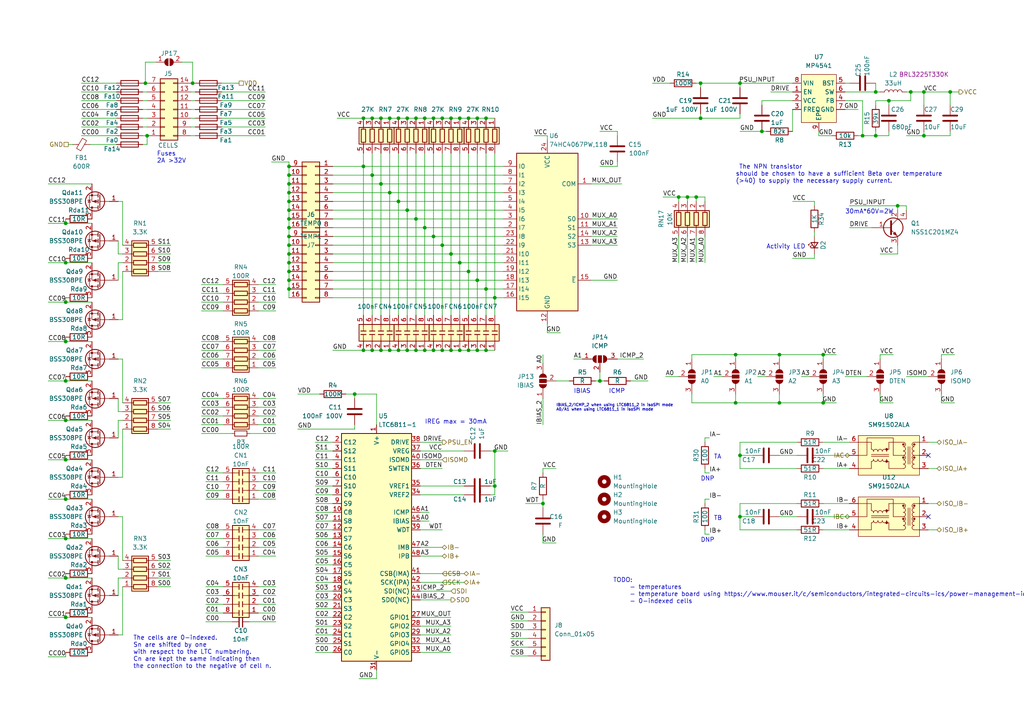
<source format=kicad_sch>
(kicad_sch (version 20211123) (generator eeschema)
  (paper "A4")
  (title_block (title "BMS Monitor") (company "E-Agle TRT") (comment 1 "Filippo Volpe"))
  (junction (at 254 26.67))
  (junction (at 115.57 101.6))
  (junction (at 55.88 24.13))
  (junction (at 19.05 133.35))
  (junction (at 130.81 101.6))
  (junction (at 213.36 102.87))
  (junction (at 214.63 132.08))
  (junction (at 120.65 34.29))
  (junction (at 105.41 101.6))
  (junction (at 19.05 167.64))
  (junction (at 128.27 101.6))
  (junction (at 267.97 39.37))
  (junction (at 83.82 71.12))
  (junction (at 19.05 179.07))
  (junction (at 83.82 73.66))
  (junction (at 107.95 34.29))
  (junction (at 83.82 48.26))
  (junction (at 220.98 38.1))
  (junction (at 19.05 156.21))
  (junction (at 19.05 64.77))
  (junction (at 118.11 34.29))
  (junction (at 42.672 39.37))
  (junction (at 19.05 99.06))
  (junction (at 135.89 34.29))
  (junction (at 203.2 34.29))
  (junction (at 83.82 60.96))
  (junction (at 238.76 116.84))
  (junction (at 135.89 101.6))
  (junction (at 83.82 66.04))
  (junction (at 115.57 34.29))
  (junction (at 110.49 101.6))
  (junction (at 125.73 101.6))
  (junction (at 113.03 34.29))
  (junction (at 203.2 24.13))
  (junction (at 83.82 53.34))
  (junction (at 226.06 116.84))
  (junction (at 123.19 34.29))
  (junction (at 83.82 78.74))
  (junction (at 214.63 149.86))
  (junction (at 238.76 102.87))
  (junction (at 130.81 34.29))
  (junction (at 19.05 144.78))
  (junction (at 254 39.37))
  (junction (at 19.05 110.49))
  (junction (at 250.19 39.37))
  (junction (at 123.19 101.6))
  (junction (at 275.59 26.67))
  (junction (at 83.82 68.58))
  (junction (at 264.16 26.67))
  (junction (at 138.43 101.6))
  (junction (at 138.43 34.29))
  (junction (at 226.06 102.87))
  (junction (at 214.63 24.13))
  (junction (at 133.35 34.29))
  (junction (at 128.27 34.29))
  (junction (at 83.82 55.88))
  (junction (at 83.82 63.5))
  (junction (at 42.164 24.13))
  (junction (at 113.03 101.6))
  (junction (at 267.97 26.67))
  (junction (at 102.87 114.3))
  (junction (at 260.35 59.69))
  (junction (at 19.05 121.92))
  (junction (at 105.41 48.26))
  (junction (at 107.95 50.8))
  (junction (at 110.49 53.34))
  (junction (at 113.03 55.88))
  (junction (at 115.57 58.42))
  (junction (at 120.65 63.5))
  (junction (at 123.19 66.04))
  (junction (at 125.73 68.58))
  (junction (at 128.27 71.12))
  (junction (at 130.81 73.66))
  (junction (at 133.35 76.2))
  (junction (at 135.89 78.74))
  (junction (at 138.43 81.28))
  (junction (at 118.11 60.96))
  (junction (at 140.97 83.82))
  (junction (at 143.51 86.36))
  (junction (at 83.82 83.82))
  (junction (at 120.65 101.6))
  (junction (at 143.51 130.81))
  (junction (at 110.49 34.29))
  (junction (at 140.97 34.29))
  (junction (at 133.35 101.6))
  (junction (at 83.82 81.28))
  (junction (at 173.99 110.49))
  (junction (at 19.05 76.2))
  (junction (at 199.39 57.15))
  (junction (at 257.81 29.21))
  (junction (at 118.11 101.6))
  (junction (at 107.95 101.6))
  (junction (at 83.82 58.42))
  (junction (at 201.93 57.15))
  (junction (at 196.85 57.15))
  (junction (at 143.51 140.97))
  (junction (at 105.41 34.29))
  (junction (at 19.05 87.63))
  (junction (at 125.73 34.29))
  (junction (at 83.82 50.8))
  (junction (at 157.48 146.05))
  (junction (at 213.36 116.84))
  (junction (at 83.82 76.2))
  (junction (at 140.97 101.6))
  (no_connect (at 269.24 132.08))
  (no_connect (at 269.24 149.86))
  (wire (pts (xy 59.69 172.72) (xy 64.77 172.72)))
  (wire (pts (xy 96.52 58.42) (xy 115.57 58.42)))
  (wire (pts (xy 58.42 106.68) (xy 64.77 106.68)))
  (wire (pts (xy 148.082 180.086) (xy 153.162 180.086)))
  (wire (pts (xy 34.29 73.66) (xy 35.56 73.66)))
  (wire (pts (xy 133.35 76.2) (xy 146.05 76.2)))
  (wire (pts (xy 83.82 58.42) (xy 83.82 60.96)))
  (wire (pts (xy 107.95 101.6) (xy 110.49 101.6)))
  (wire (pts (xy 257.81 39.37) (xy 257.81 38.1)))
  (wire (pts (xy 246.38 59.69) (xy 260.35 59.69)))
  (wire (pts (xy 91.44 163.83) (xy 96.52 163.83)))
  (wire (pts (xy 100.33 114.3) (xy 102.87 114.3)))
  (wire (pts (xy 23.622 29.21) (xy 33.782 29.21)))
  (wire (pts (xy 59.69 158.75) (xy 64.77 158.75)))
  (wire (pts (xy 269.24 153.67) (xy 271.78 153.67)))
  (wire (pts (xy 72.39 125.73) (xy 80.01 125.73)))
  (wire (pts (xy 171.45 71.12) (xy 179.07 71.12)))
  (wire (pts (xy 199.39 57.15) (xy 201.93 57.15)))
  (wire (pts (xy 251.46 109.22) (xy 245.11 109.22)))
  (wire (pts (xy 80.01 87.63) (xy 74.93 87.63)))
  (wire (pts (xy 204.47 57.15) (xy 204.47 58.42)))
  (wire (pts (xy 45.72 170.18) (xy 49.53 170.18)))
  (wire (pts (xy 214.63 38.1) (xy 220.98 38.1)))
  (wire (pts (xy 226.06 149.86) (xy 231.14 149.86)))
  (wire (pts (xy 13.97 144.78) (xy 19.05 144.78)))
  (wire (pts (xy 250.19 29.21) (xy 250.19 39.37)))
  (wire (pts (xy 105.41 44.45) (xy 105.41 48.26)))
  (wire (pts (xy 34.29 69.85) (xy 34.29 73.66)))
  (wire (pts (xy 45.72 119.38) (xy 49.53 119.38)))
  (wire (pts (xy 213.36 102.87) (xy 213.36 104.14)))
  (wire (pts (xy 35.56 138.43) (xy 35.56 124.46)))
  (wire (pts (xy 254 26.67) (xy 255.27 26.67)))
  (wire (pts (xy 115.57 44.45) (xy 115.57 58.42)))
  (wire (pts (xy 86.36 124.46) (xy 102.87 124.46)))
  (wire (pts (xy 273.05 102.87) (xy 273.05 104.14)))
  (wire (pts (xy 19.05 144.78) (xy 26.67 144.78)))
  (wire (pts (xy 13.97 99.06) (xy 19.05 99.06)))
  (wire (pts (xy 35.56 92.71) (xy 35.56 78.74)))
  (wire (pts (xy 58.42 104.14) (xy 64.77 104.14)))
  (wire (pts (xy 260.35 59.69) (xy 260.35 60.96)))
  (wire (pts (xy 35.56 149.86) (xy 34.29 149.86)))
  (wire (pts (xy 142.24 140.97) (xy 143.51 140.97)))
  (wire (pts (xy 203.2 34.29) (xy 214.63 34.29)))
  (wire (pts (xy 80.01 142.24) (xy 74.93 142.24)))
  (wire (pts (xy 276.86 102.87) (xy 273.05 102.87)))
  (wire (pts (xy 154.94 39.37) (xy 158.75 39.37)))
  (wire (pts (xy 58.42 123.19) (xy 64.77 123.19)))
  (wire (pts (xy 34.29 138.43) (xy 35.56 138.43)))
  (wire (pts (xy 96.52 68.58) (xy 125.73 68.58)))
  (wire (pts (xy 269.24 135.89) (xy 271.78 135.89)))
  (wire (pts (xy 64.262 39.37) (xy 76.962 39.37)))
  (wire (pts (xy 135.89 101.6) (xy 138.43 101.6)))
  (wire (pts (xy 59.69 161.29) (xy 64.77 161.29)))
  (wire (pts (xy 179.07 46.99) (xy 179.07 48.26)))
  (wire (pts (xy 130.81 34.29) (xy 133.35 34.29)))
  (wire (pts (xy 196.85 109.22) (xy 193.04 109.22)))
  (wire (pts (xy 275.59 26.67) (xy 275.59 30.48)))
  (wire (pts (xy 236.22 67.31) (xy 236.22 68.58)))
  (wire (pts (xy 204.47 68.58) (xy 204.47 76.2)))
  (wire (pts (xy 35.56 184.15) (xy 35.56 170.18)))
  (wire (pts (xy 96.52 101.6) (xy 105.41 101.6)))
  (wire (pts (xy 238.76 102.87) (xy 226.06 102.87)))
  (wire (pts (xy 91.44 143.51) (xy 96.52 143.51)))
  (wire (pts (xy 102.87 124.46) (xy 102.87 123.19)))
  (wire (pts (xy 45.72 71.12) (xy 49.53 71.12)))
  (wire (pts (xy 203.2 25.4) (xy 203.2 24.13)))
  (wire (pts (xy 34.29 167.64) (xy 35.56 167.64)))
  (wire (pts (xy 91.44 189.23) (xy 96.52 189.23)))
  (wire (pts (xy 19.05 64.77) (xy 26.67 64.77)))
  (wire (pts (xy 58.42 101.6) (xy 64.77 101.6)))
  (wire (pts (xy 171.45 81.28) (xy 179.07 81.28)))
  (wire (pts (xy 91.44 135.89) (xy 96.52 135.89)))
  (wire (pts (xy 19.812 41.91) (xy 21.082 41.91)))
  (wire (pts (xy 78.74 46.99) (xy 83.82 46.99)))
  (wire (pts (xy 173.99 48.26) (xy 179.07 48.26)))
  (wire (pts (xy 55.88 24.13) (xy 55.372 24.13)))
  (wire (pts (xy 34.29 184.15) (xy 35.56 184.15)))
  (wire (pts (xy 245.11 24.13) (xy 246.38 24.13)))
  (wire (pts (xy 19.05 166.37) (xy 19.05 167.64)))
  (wire (pts (xy 107.95 34.29) (xy 110.49 34.29)))
  (wire (pts (xy 125.73 68.58) (xy 125.73 91.44)))
  (wire (pts (xy 45.72 124.46) (xy 49.53 124.46)))
  (wire (pts (xy 140.97 34.29) (xy 143.51 34.29)))
  (wire (pts (xy 80.01 123.19) (xy 74.93 123.19)))
  (wire (pts (xy 58.42 82.55) (xy 64.77 82.55)))
  (wire (pts (xy 123.19 34.29) (xy 125.73 34.29)))
  (wire (pts (xy 148.082 190.246) (xy 153.162 190.246)))
  (wire (pts (xy 214.63 153.67) (xy 231.14 153.67)))
  (wire (pts (xy 80.01 104.14) (xy 74.93 104.14)))
  (wire (pts (xy 120.65 63.5) (xy 120.65 91.44)))
  (wire (pts (xy 143.51 44.45) (xy 143.51 86.36)))
  (wire (pts (xy 41.402 29.21) (xy 42.672 29.21)))
  (wire (pts (xy 45.72 73.66) (xy 49.53 73.66)))
  (wire (pts (xy 80.01 170.18) (xy 74.93 170.18)))
  (wire (pts (xy 19.05 143.51) (xy 19.05 144.78)))
  (wire (pts (xy 91.44 171.45) (xy 96.52 171.45)))
  (wire (pts (xy 118.11 101.6) (xy 120.65 101.6)))
  (wire (pts (xy 264.16 26.67) (xy 262.89 26.67)))
  (wire (pts (xy 135.89 34.29) (xy 138.43 34.29)))
  (wire (pts (xy 13.97 64.77) (xy 19.05 64.77)))
  (wire (pts (xy 130.81 44.45) (xy 130.81 73.66)))
  (wire (pts (xy 133.35 44.45) (xy 133.35 76.2)))
  (wire (pts (xy 80.01 120.65) (xy 74.93 120.65)))
  (wire (pts (xy 58.42 125.73) (xy 67.31 125.73)))
  (wire (pts (xy 254 29.21) (xy 257.81 29.21)))
  (wire (pts (xy 267.97 26.67) (xy 275.59 26.67)))
  (wire (pts (xy 59.69 180.34) (xy 67.31 180.34)))
  (wire (pts (xy 41.402 39.37) (xy 42.672 39.37)))
  (wire (pts (xy 166.37 104.14) (xy 168.91 104.14)))
  (wire (pts (xy 34.29 172.72) (xy 34.29 167.64)))
  (wire (pts (xy 91.44 133.35) (xy 96.52 133.35)))
  (wire (pts (xy 182.88 110.49) (xy 187.96 110.49)))
  (wire (pts (xy 121.92 189.23) (xy 130.81 189.23)))
  (wire (pts (xy 91.44 146.05) (xy 96.52 146.05)))
  (wire (pts (xy 138.43 81.28) (xy 138.43 91.44)))
  (wire (pts (xy 128.27 44.45) (xy 128.27 71.12)))
  (wire (pts (xy 42.672 41.91) (xy 42.672 39.37)))
  (wire (pts (xy 55.372 26.67) (xy 56.642 26.67)))
  (wire (pts (xy 128.27 71.12) (xy 128.27 91.44)))
  (wire (pts (xy 226.06 132.08) (xy 231.14 132.08)))
  (wire (pts (xy 23.622 24.13) (xy 33.782 24.13)))
  (wire (pts (xy 138.43 81.28) (xy 146.05 81.28)))
  (wire (pts (xy 83.82 83.82) (xy 83.82 86.36)))
  (wire (pts (xy 254 26.67) (xy 254 24.13)))
  (wire (pts (xy 58.42 115.57) (xy 64.77 115.57)))
  (wire (pts (xy 257.81 29.21) (xy 264.16 29.21)))
  (wire (pts (xy 138.43 101.6) (xy 140.97 101.6)))
  (wire (pts (xy 113.03 101.6) (xy 115.57 101.6)))
  (wire (pts (xy 23.622 36.83) (xy 33.782 36.83)))
  (wire (pts (xy 80.01 177.8) (xy 74.93 177.8)))
  (wire (pts (xy 96.52 66.04) (xy 123.19 66.04)))
  (wire (pts (xy 214.63 149.86) (xy 214.63 146.05)))
  (wire (pts (xy 248.92 39.37) (xy 250.19 39.37)))
  (wire (pts (xy 121.92 173.99) (xy 130.81 173.99)))
  (wire (pts (xy 140.97 44.45) (xy 140.97 83.82)))
  (wire (pts (xy 236.22 74.93) (xy 236.22 73.66)))
  (wire (pts (xy 96.52 60.96) (xy 118.11 60.96)))
  (wire (pts (xy 204.47 127) (xy 204.47 128.27)))
  (wire (pts (xy 80.01 161.29) (xy 74.93 161.29)))
  (wire (pts (xy 96.52 73.66) (xy 130.81 73.66)))
  (wire (pts (xy 147.32 130.81) (xy 143.51 130.81)))
  (wire (pts (xy 34.29 161.29) (xy 34.29 165.1)))
  (wire (pts (xy 59.69 142.24) (xy 64.77 142.24)))
  (wire (pts (xy 135.89 78.74) (xy 135.89 91.44)))
  (wire (pts (xy 192.278 57.15) (xy 196.85 57.15)))
  (wire (pts (xy 121.92 153.67) (xy 128.27 153.67)))
  (wire (pts (xy 110.49 101.6) (xy 113.03 101.6)))
  (wire (pts (xy 83.82 50.8) (xy 83.82 53.34)))
  (wire (pts (xy 158.75 96.52) (xy 158.75 93.98)))
  (wire (pts (xy 259.08 102.87) (xy 255.27 102.87)))
  (wire (pts (xy 262.89 60.96) (xy 262.89 59.69)))
  (wire (pts (xy 254 39.37) (xy 257.81 39.37)))
  (wire (pts (xy 91.44 186.69) (xy 96.52 186.69)))
  (wire (pts (xy 96.52 53.34) (xy 110.49 53.34)))
  (wire (pts (xy 59.69 175.26) (xy 64.77 175.26)))
  (wire (pts (xy 83.82 46.99) (xy 83.82 48.26)))
  (wire (pts (xy 13.97 156.21) (xy 19.05 156.21)))
  (wire (pts (xy 157.48 146.05) (xy 157.48 147.32)))
  (wire (pts (xy 83.82 78.74) (xy 83.82 81.28)))
  (wire (pts (xy 218.44 132.08) (xy 214.63 132.08)))
  (wire (pts (xy 13.97 133.35) (xy 19.05 133.35)))
  (wire (pts (xy 64.262 31.75) (xy 76.962 31.75)))
  (wire (pts (xy 19.05 63.5) (xy 19.05 64.77)))
  (wire (pts (xy 121.92 140.97) (xy 134.62 140.97)))
  (wire (pts (xy 80.01 158.75) (xy 74.93 158.75)))
  (wire (pts (xy 91.44 179.07) (xy 96.52 179.07)))
  (wire (pts (xy 255.27 116.84) (xy 255.27 114.3)))
  (wire (pts (xy 91.44 140.97) (xy 96.52 140.97)))
  (wire (pts (xy 242.57 116.84) (xy 238.76 116.84)))
  (wire (pts (xy 83.82 73.66) (xy 83.82 76.2)))
  (wire (pts (xy 273.05 116.84) (xy 273.05 114.3)))
  (wire (pts (xy 64.262 36.83) (xy 76.962 36.83)))
  (wire (pts (xy 161.29 110.49) (xy 165.1 110.49)))
  (wire (pts (xy 19.05 179.07) (xy 26.67 179.07)))
  (wire (pts (xy 204.47 135.89) (xy 204.47 137.16)))
  (wire (pts (xy 19.05 99.06) (xy 26.67 99.06)))
  (wire (pts (xy 162.56 96.52) (xy 158.75 96.52)))
  (wire (pts (xy 34.29 115.57) (xy 34.29 119.38)))
  (wire (pts (xy 83.82 53.34) (xy 83.82 55.88)))
  (wire (pts (xy 26.162 41.91) (xy 33.782 41.91)))
  (wire (pts (xy 115.57 58.42) (xy 146.05 58.42)))
  (wire (pts (xy 186.69 104.14) (xy 179.07 104.14)))
  (wire (pts (xy 110.49 53.34) (xy 110.49 91.44)))
  (wire (pts (xy 214.63 128.27) (xy 231.14 128.27)))
  (wire (pts (xy 72.39 180.34) (xy 80.01 180.34)))
  (wire (pts (xy 96.52 63.5) (xy 120.65 63.5)))
  (wire (pts (xy 238.76 116.84) (xy 226.06 116.84)))
  (wire (pts (xy 121.92 166.37) (xy 134.62 166.37)))
  (wire (pts (xy 19.05 121.92) (xy 26.67 121.92)))
  (wire (pts (xy 34.29 58.42) (xy 35.56 58.42)))
  (wire (pts (xy 213.36 102.87) (xy 200.66 102.87)))
  (wire (pts (xy 45.72 121.92) (xy 49.53 121.92)))
  (wire (pts (xy 59.69 156.21) (xy 64.77 156.21)))
  (wire (pts (xy 80.01 139.7) (xy 74.93 139.7)))
  (wire (pts (xy 34.29 121.92) (xy 34.29 127)))
  (wire (pts (xy 234.95 109.22) (xy 232.41 109.22)))
  (wire (pts (xy 13.97 87.63) (xy 19.05 87.63)))
  (wire (pts (xy 148.082 187.706) (xy 153.162 187.706)))
  (wire (pts (xy 45.72 78.74) (xy 49.53 78.74)))
  (wire (pts (xy 157.48 144.78) (xy 157.48 146.05)))
  (wire (pts (xy 58.42 85.09) (xy 64.77 85.09)))
  (wire (pts (xy 115.57 34.29) (xy 118.11 34.29)))
  (wire (pts (xy 173.99 107.95) (xy 173.99 110.49)))
  (wire (pts (xy 121.92 171.45) (xy 130.81 171.45)))
  (wire (pts (xy 121.92 179.07) (xy 130.81 179.07)))
  (wire (pts (xy 200.66 116.84) (xy 200.66 114.3)))
  (wire (pts (xy 138.43 44.45) (xy 138.43 81.28)))
  (wire (pts (xy 133.35 76.2) (xy 133.35 91.44)))
  (wire (pts (xy 121.92 148.59) (xy 124.46 148.59)))
  (wire (pts (xy 203.2 34.29) (xy 203.2 33.02)))
  (wire (pts (xy 246.38 128.27) (xy 238.76 128.27)))
  (wire (pts (xy 201.93 57.15) (xy 204.47 57.15)))
  (wire (pts (xy 189.23 24.13) (xy 194.31 24.13)))
  (wire (pts (xy 42.164 24.13) (xy 42.672 24.13)))
  (wire (pts (xy 69.342 24.13) (xy 64.262 24.13)))
  (wire (pts (xy 161.29 135.89) (xy 157.48 135.89)))
  (wire (pts (xy 269.24 128.27) (xy 271.78 128.27)))
  (wire (pts (xy 199.39 68.58) (xy 199.39 76.2)))
  (wire (pts (xy 107.95 50.8) (xy 107.95 91.44)))
  (wire (pts (xy 238.76 116.84) (xy 238.76 114.3)))
  (wire (pts (xy 13.97 121.92) (xy 19.05 121.92)))
  (wire (pts (xy 80.01 106.68) (xy 74.93 106.68)))
  (wire (pts (xy 204.47 144.78) (xy 204.47 146.05)))
  (wire (pts (xy 115.57 101.6) (xy 118.11 101.6)))
  (wire (pts (xy 91.44 166.37) (xy 96.52 166.37)))
  (wire (pts (xy 45.72 162.56) (xy 49.53 162.56)))
  (wire (pts (xy 110.49 44.45) (xy 110.49 53.34)))
  (wire (pts (xy 121.92 181.61) (xy 130.81 181.61)))
  (wire (pts (xy 254 38.1) (xy 254 39.37)))
  (wire (pts (xy 59.69 137.16) (xy 64.77 137.16)))
  (wire (pts (xy 96.52 48.26) (xy 105.41 48.26)))
  (wire (pts (xy 55.372 31.75) (xy 56.642 31.75)))
  (wire (pts (xy 80.01 82.55) (xy 74.93 82.55)))
  (wire (pts (xy 120.65 44.45) (xy 120.65 63.5)))
  (wire (pts (xy 91.44 130.81) (xy 96.52 130.81)))
  (wire (pts (xy 214.63 135.89) (xy 231.14 135.89)))
  (wire (pts (xy 128.27 71.12) (xy 146.05 71.12)))
  (wire (pts (xy 140.97 101.6) (xy 143.51 101.6)))
  (wire (pts (xy 135.89 44.45) (xy 135.89 78.74)))
  (wire (pts (xy 171.45 68.58) (xy 179.07 68.58)))
  (wire (pts (xy 113.03 55.88) (xy 113.03 91.44)))
  (wire (pts (xy 19.05 76.2) (xy 26.67 76.2)))
  (wire (pts (xy 96.52 76.2) (xy 133.35 76.2)))
  (wire (pts (xy 41.402 36.83) (xy 42.672 36.83)))
  (wire (pts (xy 105.41 48.26) (xy 146.05 48.26)))
  (wire (pts (xy 172.72 110.49) (xy 173.99 110.49)))
  (wire (pts (xy 214.63 24.13) (xy 229.87 24.13)))
  (wire (pts (xy 130.81 73.66) (xy 146.05 73.66)))
  (wire (pts (xy 19.05 120.65) (xy 19.05 121.92)))
  (wire (pts (xy 91.44 151.13) (xy 96.52 151.13)))
  (wire (pts (xy 83.82 66.04) (xy 83.82 68.58)))
  (wire (pts (xy 121.92 130.81) (xy 134.62 130.81)))
  (wire (pts (xy 105.41 34.29) (xy 107.95 34.29)))
  (wire (pts (xy 41.402 34.29) (xy 42.672 34.29)))
  (wire (pts (xy 58.42 87.63) (xy 64.77 87.63)))
  (wire (pts (xy 238.76 132.08) (xy 246.38 132.08)))
  (wire (pts (xy 140.97 83.82) (xy 146.05 83.82)))
  (wire (pts (xy 13.97 190.5) (xy 19.05 190.5)))
  (wire (pts (xy 173.99 38.1) (xy 179.07 38.1)))
  (wire (pts (xy 58.42 120.65) (xy 64.77 120.65)))
  (wire (pts (xy 128.27 34.29) (xy 130.81 34.29)))
  (wire (pts (xy 23.622 34.29) (xy 33.782 34.29)))
  (wire (pts (xy 123.19 101.6) (xy 125.73 101.6)))
  (wire (pts (xy 204.47 153.67) (xy 204.47 154.94)))
  (wire (pts (xy 125.73 101.6) (xy 128.27 101.6)))
  (wire (pts (xy 121.92 161.29) (xy 128.27 161.29)))
  (wire (pts (xy 13.97 76.2) (xy 19.05 76.2)))
  (wire (pts (xy 104.14 196.85) (xy 109.22 196.85)))
  (wire (pts (xy 23.622 31.75) (xy 33.782 31.75)))
  (wire (pts (xy 118.11 60.96) (xy 118.11 91.44)))
  (wire (pts (xy 157.48 157.48) (xy 157.48 154.94)))
  (wire (pts (xy 34.29 165.1) (xy 35.56 165.1)))
  (wire (pts (xy 238.76 149.86) (xy 246.38 149.86)))
  (wire (pts (xy 213.36 114.3) (xy 213.36 116.84)))
  (wire (pts (xy 19.05 109.22) (xy 19.05 110.49)))
  (wire (pts (xy 223.52 26.67) (xy 229.87 26.67)))
  (wire (pts (xy 157.48 123.19) (xy 157.48 115.57)))
  (wire (pts (xy 238.76 102.87) (xy 238.76 104.14)))
  (wire (pts (xy 52.832 18.034) (xy 55.88 18.034)))
  (wire (pts (xy 133.35 34.29) (xy 135.89 34.29)))
  (wire (pts (xy 118.11 34.29) (xy 120.65 34.29)))
  (wire (pts (xy 80.01 90.17) (xy 74.93 90.17)))
  (wire (pts (xy 142.24 130.81) (xy 143.51 130.81)))
  (wire (pts (xy 161.29 157.48) (xy 157.48 157.48)))
  (wire (pts (xy 80.01 153.67) (xy 74.93 153.67)))
  (wire (pts (xy 179.07 38.1) (xy 179.07 39.37)))
  (wire (pts (xy 226.06 102.87) (xy 213.36 102.87)))
  (wire (pts (xy 130.81 73.66) (xy 130.81 91.44)))
  (wire (pts (xy 35.56 116.84) (xy 35.56 104.14)))
  (wire (pts (xy 91.44 138.43) (xy 96.52 138.43)))
  (wire (pts (xy 34.29 104.14) (xy 35.56 104.14)))
  (wire (pts (xy 58.42 99.06) (xy 64.77 99.06)))
  (wire (pts (xy 267.97 30.48) (xy 267.97 26.67)))
  (wire (pts (xy 19.05 132.08) (xy 19.05 133.35)))
  (wire (pts (xy 171.45 53.34) (xy 180.34 53.34)))
  (wire (pts (xy 120.65 34.29) (xy 123.19 34.29)))
  (wire (pts (xy 158.75 39.37) (xy 158.75 40.64)))
  (wire (pts (xy 250.19 39.37) (xy 254 39.37)))
  (wire (pts (xy 138.43 34.29) (xy 140.97 34.29)))
  (wire (pts (xy 267.97 38.1) (xy 267.97 39.37)))
  (wire (pts (xy 96.52 81.28) (xy 138.43 81.28)))
  (wire (pts (xy 41.402 41.91) (xy 42.672 41.91)))
  (wire (pts (xy 123.19 44.45) (xy 123.19 66.04)))
  (wire (pts (xy 125.73 68.58) (xy 146.05 68.58)))
  (wire (pts (xy 222.25 109.22) (xy 219.71 109.22)))
  (wire (pts (xy 19.05 97.79) (xy 19.05 99.06)))
  (wire (pts (xy 143.51 86.36) (xy 146.05 86.36)))
  (wire (pts (xy 246.38 153.67) (xy 238.76 153.67)))
  (wire (pts (xy 83.82 60.96) (xy 83.82 63.5)))
  (wire (pts (xy 102.87 114.3) (xy 109.22 114.3)))
  (wire (pts (xy 199.39 57.15) (xy 199.39 58.42)))
  (wire (pts (xy 121.92 186.69) (xy 130.81 186.69)))
  (wire (pts (xy 214.63 132.08) (xy 214.63 135.89)))
  (wire (pts (xy 55.88 18.034) (xy 55.88 24.13)))
  (wire (pts (xy 226.06 114.3) (xy 226.06 116.84)))
  (wire (pts (xy 121.92 158.75) (xy 128.27 158.75)))
  (wire (pts (xy 128.27 101.6) (xy 130.81 101.6)))
  (wire (pts (xy 91.44 181.61) (xy 96.52 181.61)))
  (wire (pts (xy 109.22 196.85) (xy 109.22 194.31)))
  (wire (pts (xy 64.262 29.21) (xy 76.962 29.21)))
  (wire (pts (xy 171.45 63.5) (xy 179.07 63.5)))
  (wire (pts (xy 148.082 182.626) (xy 153.162 182.626)))
  (wire (pts (xy 41.402 31.75) (xy 42.672 31.75)))
  (wire (pts (xy 264.16 26.67) (xy 267.97 26.67)))
  (wire (pts (xy 105.41 48.26) (xy 105.41 91.44)))
  (wire (pts (xy 255.27 73.66) (xy 260.35 73.66)))
  (wire (pts (xy 96.52 55.88) (xy 113.03 55.88)))
  (wire (pts (xy 237.49 39.37) (xy 241.3 39.37)))
  (wire (pts (xy 229.87 31.75) (xy 229.87 38.1)))
  (wire (pts (xy 125.73 44.45) (xy 125.73 68.58)))
  (wire (pts (xy 113.03 34.29) (xy 115.57 34.29)))
  (wire (pts (xy 45.72 116.84) (xy 49.53 116.84)))
  (wire (pts (xy 269.24 109.22) (xy 262.89 109.22)))
  (wire (pts (xy 97.79 34.29) (xy 105.41 34.29)))
  (wire (pts (xy 214.63 149.86) (xy 214.63 153.67)))
  (wire (pts (xy 113.03 55.88) (xy 146.05 55.88)))
  (wire (pts (xy 214.63 146.05) (xy 231.14 146.05)))
  (wire (pts (xy 19.05 156.21) (xy 26.67 156.21)))
  (wire (pts (xy 173.99 110.49) (xy 175.26 110.49)))
  (wire (pts (xy 96.52 78.74) (xy 135.89 78.74)))
  (wire (pts (xy 80.01 85.09) (xy 74.93 85.09)))
  (wire (pts (xy 83.82 63.5) (xy 83.82 66.04)))
  (wire (pts (xy 59.69 139.7) (xy 64.77 139.7)))
  (wire (pts (xy 121.92 133.35) (xy 128.27 133.35)))
  (wire (pts (xy 23.622 26.67) (xy 33.782 26.67)))
  (wire (pts (xy 34.29 92.71) (xy 35.56 92.71)))
  (wire (pts (xy 157.48 135.89) (xy 157.48 137.16)))
  (wire (pts (xy 248.92 31.75) (xy 245.11 31.75)))
  (wire (pts (xy 220.98 29.21) (xy 229.87 29.21)))
  (wire (pts (xy 91.44 176.53) (xy 96.52 176.53)))
  (wire (pts (xy 58.42 90.17) (xy 64.77 90.17)))
  (wire (pts (xy 96.52 50.8) (xy 107.95 50.8)))
  (wire (pts (xy 209.55 109.22) (xy 207.01 109.22)))
  (wire (pts (xy 135.89 78.74) (xy 146.05 78.74)))
  (wire (pts (xy 115.57 58.42) (xy 115.57 91.44)))
  (wire (pts (xy 123.19 66.04) (xy 123.19 91.44)))
  (wire (pts (xy 35.56 71.12) (xy 35.56 58.42)))
  (wire (pts (xy 83.82 68.58) (xy 83.82 71.12)))
  (wire (pts (xy 105.41 101.6) (xy 107.95 101.6)))
  (wire (pts (xy 118.11 60.96) (xy 146.05 60.96)))
  (wire (pts (xy 91.44 168.91) (xy 96.52 168.91)))
  (wire (pts (xy 83.82 48.26) (xy 83.82 50.8)))
  (wire (pts (xy 246.38 146.05) (xy 238.76 146.05)))
  (wire (pts (xy 143.51 140.97) (xy 143.51 143.51)))
  (wire (pts (xy 143.51 143.51) (xy 142.24 143.51)))
  (wire (pts (xy 257.81 29.21) (xy 257.81 30.48)))
  (wire (pts (xy 58.42 118.11) (xy 64.77 118.11)))
  (wire (pts (xy 148.082 185.166) (xy 153.162 185.166)))
  (wire (pts (xy 19.05 87.63) (xy 26.67 87.63)))
  (wire (pts (xy 110.49 53.34) (xy 146.05 53.34)))
  (wire (pts (xy 196.85 57.15) (xy 199.39 57.15)))
  (wire (pts (xy 267.97 39.37) (xy 275.59 39.37)))
  (wire (pts (xy 113.03 44.45) (xy 113.03 55.88)))
  (wire (pts (xy 226.06 102.87) (xy 226.06 104.14)))
  (wire (pts (xy 45.72 165.1) (xy 49.53 165.1)))
  (wire (pts (xy 35.56 162.56) (xy 35.56 149.86)))
  (wire (pts (xy 262.89 39.37) (xy 267.97 39.37)))
  (wire (pts (xy 19.05 74.93) (xy 19.05 76.2)))
  (wire (pts (xy 121.92 128.27) (xy 128.27 128.27)))
  (wire (pts (xy 13.97 179.07) (xy 19.05 179.07)))
  (wire (pts (xy 214.63 34.29) (xy 214.63 33.02)))
  (wire (pts (xy 80.01 172.72) (xy 74.93 172.72)))
  (wire (pts (xy 59.69 153.67) (xy 64.77 153.67)))
  (wire (pts (xy 157.48 102.87) (xy 157.48 105.41)))
  (wire (pts (xy 245.11 26.67) (xy 254 26.67)))
  (wire (pts (xy 19.05 167.64) (xy 26.67 167.64)))
  (wire (pts (xy 64.262 26.67) (xy 76.962 26.67)))
  (wire (pts (xy 91.44 158.75) (xy 96.52 158.75)))
  (wire (pts (xy 278.13 26.67) (xy 275.59 26.67)))
  (wire (pts (xy 45.212 18.034) (xy 42.164 18.034)))
  (wire (pts (xy 80.01 118.11) (xy 74.93 118.11)))
  (wire (pts (xy 214.63 132.08) (xy 214.63 128.27)))
  (wire (pts (xy 34.29 76.2) (xy 35.56 76.2)))
  (wire (pts (xy 254 30.48) (xy 254 29.21)))
  (wire (pts (xy 238.76 135.89) (xy 246.38 135.89)))
  (wire (pts (xy 205.74 137.16) (xy 204.47 137.16)))
  (wire (pts (xy 121.92 151.13) (xy 124.46 151.13)))
  (wire (pts (xy 19.05 177.8) (xy 19.05 179.07)))
  (wire (pts (xy 80.01 156.21) (xy 74.93 156.21)))
  (wire (pts (xy 236.22 74.93) (xy 229.87 74.93)))
  (wire (pts (xy 220.98 30.48) (xy 220.98 29.21)))
  (wire (pts (xy 236.22 58.42) (xy 236.22 59.69)))
  (wire (pts (xy 214.63 25.4) (xy 214.63 24.13)))
  (wire (pts (xy 91.44 153.67) (xy 96.52 153.67)))
  (wire (pts (xy 91.44 173.99) (xy 96.52 173.99)))
  (wire (pts (xy 196.85 68.58) (xy 196.85 76.2)))
  (wire (pts (xy 80.01 137.16) (xy 74.93 137.16)))
  (wire (pts (xy 91.44 148.59) (xy 96.52 148.59)))
  (wire (pts (xy 80.01 115.57) (xy 74.93 115.57)))
  (wire (pts (xy 259.08 116.84) (xy 255.27 116.84)))
  (wire (pts (xy 107.95 44.45) (xy 107.95 50.8)))
  (wire (pts (xy 55.372 29.21) (xy 56.642 29.21)))
  (wire (pts (xy 80.01 144.78) (xy 74.93 144.78)))
  (wire (pts (xy 80.01 175.26) (xy 74.93 175.26)))
  (wire (pts (xy 80.01 99.06) (xy 74.93 99.06)))
  (wire (pts (xy 229.87 58.42) (xy 236.22 58.42)))
  (wire (pts (xy 80.01 101.6) (xy 74.93 101.6)))
  (wire (pts (xy 121.92 184.15) (xy 130.81 184.15)))
  (wire (pts (xy 133.35 101.6) (xy 135.89 101.6)))
  (wire (pts (xy 19.05 154.94) (xy 19.05 156.21)))
  (wire (pts (xy 140.97 83.82) (xy 140.97 91.44)))
  (wire (pts (xy 120.65 101.6) (xy 123.19 101.6)))
  (wire (pts (xy 143.51 86.36) (xy 143.51 91.44)))
  (wire (pts (xy 121.92 135.89) (xy 128.27 135.89)))
  (wire (pts (xy 201.93 57.15) (xy 201.93 58.42)))
  (wire (pts (xy 96.52 83.82) (xy 140.97 83.82)))
  (wire (pts (xy 56.642 24.13) (xy 55.88 24.13)))
  (wire (pts (xy 152.4 146.05) (xy 157.48 146.05)))
  (wire (pts (xy 262.89 59.69) (xy 260.35 59.69)))
  (wire (pts (xy 120.65 63.5) (xy 146.05 63.5)))
  (wire (pts (xy 42.164 18.034) (xy 42.164 24.13)))
  (wire (pts (xy 205.74 127) (xy 204.47 127)))
  (wire (pts (xy 55.372 34.29) (xy 56.642 34.29)))
  (wire (pts (xy 171.45 66.04) (xy 179.07 66.04)))
  (wire (pts (xy 218.44 149.86) (xy 214.63 149.86)))
  (wire (pts (xy 213.36 116.84) (xy 200.66 116.84)))
  (wire (pts (xy 59.69 177.8) (xy 64.77 177.8)))
  (wire (pts (xy 205.74 144.78) (xy 204.47 144.78)))
  (wire (pts (xy 102.87 114.3) (xy 102.87 115.57)))
  (wire (pts (xy 226.06 116.84) (xy 213.36 116.84)))
  (wire (pts (xy 121.92 143.51) (xy 134.62 143.51)))
  (wire (pts (xy 275.59 39.37) (xy 275.59 38.1)))
  (wire (pts (xy 83.82 76.2) (xy 83.82 78.74)))
  (wire (pts (xy 143.51 130.81) (xy 143.51 140.97)))
  (wire (pts (xy 55.372 36.83) (xy 56.642 36.83)))
  (wire (pts (xy 107.95 50.8) (xy 146.05 50.8)))
  (wire (pts (xy 41.402 26.67) (xy 42.672 26.67)))
  (wire (pts (xy 203.2 24.13) (xy 214.63 24.13)))
  (wire (pts (xy 41.402 24.13) (xy 42.164 24.13)))
  (wire (pts (xy 130.81 101.6) (xy 133.35 101.6)))
  (wire (pts (xy 19.05 133.35) (xy 26.67 133.35)))
  (wire (pts (xy 13.97 53.34) (xy 26.67 53.34)))
  (wire (pts (xy 83.82 81.28) (xy 83.82 83.82)))
  (wire (pts (xy 45.72 167.64) (xy 49.53 167.64)))
  (wire (pts (xy 64.262 34.29) (xy 76.962 34.29)))
  (wire (pts (xy 110.49 34.29) (xy 113.03 34.29)))
  (wire (pts (xy 220.98 38.1) (xy 222.25 38.1)))
  (wire (pts (xy 34.29 76.2) (xy 34.29 81.28)))
  (wire (pts (xy 19.05 86.36) (xy 19.05 87.63)))
  (wire (pts (xy 237.49 38.1) (xy 237.49 39.37)))
  (wire (pts (xy 91.44 184.15) (xy 96.52 184.15)))
  (wire (pts (xy 121.92 168.91) (xy 134.62 168.91)))
  (wire (pts (xy 242.57 102.87) (xy 238.76 102.87)))
  (wire (pts (xy 260.35 73.66) (xy 260.35 71.12)))
  (wire (pts (xy 205.74 154.94) (xy 204.47 154.94)))
  (wire (pts (xy 19.05 189.23) (xy 19.05 190.5)))
  (wire (pts (xy 148.082 177.546) (xy 153.162 177.546)))
  (wire (pts (xy 91.44 156.21) (xy 96.52 156.21)))
  (wire (pts (xy 13.97 167.64) (xy 19.05 167.64)))
  (wire (pts (xy 189.23 34.29) (xy 203.2 34.29)))
  (wire (pts (xy 264.16 29.21) (xy 264.16 26.67)))
  (wire (pts (xy 86.36 114.3) (xy 92.71 114.3)))
  (wire (pts (xy 109.22 114.3) (xy 109.22 123.19)))
  (wire (pts (xy 201.93 68.58) (xy 201.93 76.2)))
  (wire (pts (xy 96.52 86.36) (xy 143.51 86.36)))
  (wire (pts (xy 123.19 66.04) (xy 146.05 66.04)))
  (wire (pts (xy 91.44 161.29) (xy 96.52 161.29)))
  (wire (pts (xy 19.05 110.49) (xy 26.67 110.49)))
  (wire (pts (xy 59.69 144.78) (xy 64.77 144.78)))
  (wire (pts (xy 276.86 116.84) (xy 273.05 116.84)))
  (wire (pts (xy 245.11 29.21) (xy 250.19 29.21)))
  (wire (pts (xy 91.44 128.27) (xy 96.52 128.27)))
  (wire (pts (xy 246.38 66.04) (xy 252.73 66.04)))
  (wire (pts (xy 96.52 71.12) (xy 128.27 71.12)))
  (wire (pts (xy 83.82 55.88) (xy 83.82 58.42)))
  (wire (pts (xy 118.11 44.45) (xy 118.11 60.96)))
  (wire (pts (xy 200.66 102.87) (xy 200.66 104.14)))
  (wire (pts (xy 23.622 39.37) (xy 33.782 39.37)))
  (wire (pts (xy 255.27 102.87) (xy 255.27 104.14)))
  (wire (pts (xy 269.24 146.05) (xy 271.78 146.05)))
  (wire (pts (xy 125.73 34.29) (xy 128.27 34.29)))
  (wire (pts (xy 45.72 76.2) (xy 49.53 76.2)))
  (wire (pts (xy 13.97 110.49) (xy 19.05 110.49)))
  (wire (pts (xy 34.29 119.38) (xy 35.56 119.38)))
  (wire (pts (xy 196.85 57.15) (xy 196.85 58.42)))
  (wire (pts (xy 34.29 121.92) (xy 35.56 121.92)))
  (wire (pts (xy 55.372 39.37) (xy 56.642 39.37)))
  (wire (pts (xy 59.69 170.18) (xy 64.77 170.18)))
  (wire (pts (xy 83.82 71.12) (xy 83.82 73.66)))
  (wire (pts (xy 201.93 24.13) (xy 203.2 24.13)))
  (text "30mA*60V=2W" (at 245.11 62.23 0) (effects (font (size 1.27 1.27)) (justify left bottom)))
  (text "TODO:\n	- temperatures\n	- temperature board using https://www.mouser.it/c/semiconductors/integrated-circuits-ics/power-management-ics/voltage-references/?mounting%20style=SMD%2FSMT&sort=pricing\n	- 0-indexed cells" (at 177.8 175.26 0) (effects (font (size 1.27 1.27)) (justify left bottom)))
  (text "The cells are 0-indexed.\nSn are shifted by one \nwith respect to the LTC numbering.\nCn are kept the same indicating then \nthe connection to the negative of cell n." (at 38.608 194.056 0) (effects (font (size 1.27 1.27)) (justify left bottom)))
  (text "TA\n" (at 207.01 133.35 0) (effects (font (size 1.27 1.27)) (justify left bottom)))
  (text "ICMP" (at 176.53 114.3 0) (effects (font (size 1.27 1.27)) (justify left bottom)))
  (text "IBIAS" (at 166.37 114.3 0) (effects (font (size 1.27 1.27)) (justify left bottom)))
  (text " The NPN transistor\nshould be chosen to have a sufficient Beta over temperature\n(>40) to supply the necessary supply current." (at 213.36 53.34 0) (effects (font (size 1.27 1.27)) (justify left bottom)))
  (text "IREG max = 30mA" (at 123.19 123.19 0) (effects (font (size 1.27 1.27)) (justify left bottom)))
  (text "DNP" (at 203.2 139.7 0) (effects (font (size 1.27 1.27)) (justify left bottom)))
  (text "Activity LED" (at 222.25 72.39 0) (effects (font (size 1.27 1.27)) (justify left bottom)))
  (text "When using a single LTC6811_1 in SPI mode:\n-	DNP any isolator\n-	terminate port B with TB\n-	short BIAS pin 2 to 3, short ICMP pins 2 to 1\n-	change R BIAS to 0 ohm, change R ICMP to 20kohm\n-	short ISOMD pin 2 to 3\n\nWhen using a single LTC6811_2 in isoSPI mode:\n-	DNP any isolator\n-	set address to 0\n-	short ISOMD pin 2 to 3" (at 302.26 58.42 0) (effects (font (size 1.27 1.27)) (justify left bottom)))
  (text "IBIAS_2/ICMP_2 when using LTC6811_2 in isoSPI mode\nA0/A1 when using LTC6811_1 in isoSPI mode\n" (at 161.29 119.38 0) (effects (font (size 0.8 0.8)) (justify left bottom)))
  (text "DNP" (at 203.2 157.48 0) (effects (font (size 1.27 1.27)) (justify left bottom)))
  (text "When using a single LTC6811_1 in isoSPI mode:\n-	Place only	isolator on port A\n-	terminate port B with TB\n-	short ISOMD pin 2 to 1\n\nWhen using a single LTC6811_2 in isoSPI mode:\n-	Place only	isolator on port A\n-	set address to 0\n-	short ISOMD pin 2 to 1" (at 302.26 29.21 0) (effects (font (size 1.27 1.27)) (justify left bottom)))
  (text "TB" (at 207.01 151.13 0) (effects (font (size 1.27 1.27)) (justify left bottom)))
  (text "Fuses\n2A >32V" (at 45.466 47.498 0) (effects (font (size 1.27 1.27)) (justify left bottom)))
  (label "VCC" (at 259.08 102.87 180))
  (label "IA-" (at 205.74 127 0))
  (label "GND" (at 86.36 124.46 0))
  (label "C09" (at 59.69 144.78 0))
  (label "C12" (at 91.44 128.27 0))
  (label "IB+" (at 205.74 154.94 0))
  (label "C07" (at 91.44 153.67 0))
  (label "VCC" (at 276.86 102.87 180))
  (label "MUX_A3" (at 196.85 76.2 90))
  (label "CC01" (at 76.962 39.37 180))
  (label "VCC" (at 242.57 102.87 180))
  (label "CC12" (at 23.622 24.13 0))
  (label "CC12" (at 13.97 53.34 0))
  (label "CC03" (at 58.42 118.11 0))
  (label "VCC" (at 255.27 73.66 0))
  (label "C06" (at 80.01 104.14 180))
  (label "IBIAS_2" (at 121.92 173.99 0))
  (label "C07" (at 80.01 101.6 180))
  (label "MUX_A2" (at 130.81 184.15 180))
  (label "GND" (at 80.01 180.34 180))
  (label "C04" (at 80.01 161.29 180))
  (label "C03" (at 59.69 172.72 0))
  (label "CC02" (at 58.42 120.65 0))
  (label "CC02" (at 13.97 167.64 0))
  (label "DRIVE" (at 246.38 66.04 0))
  (label "S00" (at 91.44 186.69 0))
  (label "S01" (at 49.53 167.64 180))
  (label "C11" (at 80.01 85.09 180))
  (label "VDD" (at 189.23 24.13 0))
  (label "C03" (at 80.01 170.18 180))
  (label "DTEN" (at 128.27 135.89 180))
  (label "GND" (at 78.74 46.99 0))
  (label "C02" (at 80.01 120.65 180))
  (label "CC08" (at 13.97 99.06 0))
  (label "S10" (at 49.53 73.66 180))
  (label "CC09" (at 76.962 29.21 180))
  (label "ISOMD" (at 262.89 109.22 0))
  (label "PSU_INPUT" (at 246.38 59.69 0))
  (label "IA+" (at 242.57 135.89 0))
  (label "CC03" (at 76.962 36.83 180))
  (label "MUX_A3" (at 130.81 181.61 180))
  (label "GND" (at 161.29 157.48 180))
  (label "GND" (at 214.63 38.1 0))
  (label "VCC" (at 173.99 38.1 0))
  (label "C12" (at 59.69 137.16 0))
  (label "GND" (at 248.92 31.75 180))
  (label "S02" (at 91.44 176.53 0))
  (label "A0" (at 157.48 102.87 270))
  (label "CC08" (at 23.622 29.21 0))
  (label "C08" (at 80.01 99.06 180))
  (label "GND" (at 242.57 116.84 180))
  (label "IBIAS_2" (at 157.48 123.19 90))
  (label "S09" (at 49.53 76.2 180))
  (label "CC11" (at 76.962 26.67 180))
  (label "ICMP_2" (at 186.69 104.14 180))
  (label "CC07" (at 58.42 101.6 0))
  (label "A3" (at 232.41 109.22 0))
  (label "IB-" (at 242.57 146.05 0))
  (label "S02" (at 49.53 165.1 180))
  (label "CC07" (at 76.962 31.75 180))
  (label "S03" (at 91.44 171.45 0))
  (label "GND" (at 173.99 48.26 0))
  (label "GND" (at 96.52 101.6 0))
  (label "GND" (at 162.56 96.52 180))
  (label "CC03" (at 13.97 156.21 0))
  (label "CC09" (at 58.42 90.17 0))
  (label "S03" (at 49.53 162.56 180))
  (label "C05" (at 80.01 106.68 180))
  (label "CC05" (at 58.42 106.68 0))
  (label "CC07" (at 13.97 110.49 0))
  (label "C08" (at 91.44 148.59 0))
  (label "A3" (at 124.46 161.29 180))
  (label "C04" (at 59.69 170.18 0))
  (label "CC11" (at 58.42 85.09 0))
  (label "A2" (at 219.71 109.22 0))
  (label "GND" (at 148.082 180.086 0))
  (label "MUX_A0" (at 204.47 76.2 90))
  (label "A2" (at 124.46 158.75 180))
  (label "ICMP_2" (at 121.92 171.45 0))
  (label "C10" (at 59.69 142.24 0))
  (label "C10" (at 80.01 139.7 180))
  (label "VCC" (at 161.29 135.89 180))
  (label "S01" (at 91.44 181.61 0))
  (label "S11" (at 91.44 130.81 0))
  (label "MUX_A0" (at 130.81 189.23 180))
  (label "A1" (at 207.01 109.22 0))
  (label "MUX_A1" (at 201.93 76.2 90))
  (label "C03" (at 91.44 173.99 0))
  (label "VCC" (at 229.87 58.42 0))
  (label "CC05" (at 76.962 34.29 180))
  (label "C09" (at 80.01 90.17 180))
  (label "IB-" (at 205.74 144.78 0))
  (label "CC12" (at 58.42 82.55 0))
  (label "CC01" (at 58.42 123.19 0))
  (label "C02" (at 91.44 179.07 0))
  (label "PSU_INPUT" (at 224.79 24.13 180))
  (label "CC00" (at 23.622 39.37 0))
  (label "C01" (at 59.69 177.8 0))
  (label "S06" (at 49.53 119.38 180))
  (label "CC04" (at 58.42 115.57 0))
  (label "CC10" (at 13.97 76.2 0))
  (label "GND" (at 237.49 39.37 0))
  (label "SDI" (at 148.082 185.166 0))
  (label "CC06" (at 13.97 121.92 0))
  (label "IA+" (at 205.74 137.16 0))
  (label "C08" (at 80.01 144.78 180))
  (label "DRIVE" (at 128.27 128.27 180))
  (label "S05" (at 91.44 161.29 0))
  (label "GND" (at 187.96 110.49 180))
  (label "S04" (at 49.53 124.46 180))
  (label "CC00" (at 13.97 190.5 0))
  (label "MUX_A1" (at 179.07 66.04 180))
  (label "S08" (at 49.53 78.74 180))
  (label "VCC" (at 271.78 26.67 180))
  (label "A1" (at 124.46 148.59 180))
  (label "CC04" (at 23.622 34.29 0))
  (label "C09" (at 91.44 143.51 0))
  (label "MUX_A0" (at 179.07 63.5 180))
  (label "GND" (at 229.87 74.93 0))
  (label "C10" (at 80.01 87.63 180))
  (label "C00" (at 80.01 125.73 180))
  (label "MUX_A1" (at 130.81 186.69 180))
  (label "A1" (at 166.37 104.14 0))
  (label "MUX_A2" (at 179.07 68.58 180))
  (label "WDT" (at 128.27 153.67 180))
  (label "GND" (at 226.06 132.08 0))
  (label "MUX_OUT" (at 180.34 53.34 180))
  (label "S08" (at 91.44 146.05 0))
  (label "GND" (at 226.06 149.86 0))
  (label "S06" (at 91.44 156.21 0))
  (label "C03" (at 80.01 118.11 180))
  (label "CC06" (at 23.622 31.75 0))
  (label "C01" (at 80.01 123.19 180))
  (label "S00" (at 49.53 170.18 180))
  (label "C01" (at 91.44 184.15 0))
  (label "C00" (at 59.69 180.34 0))
  (label "S09" (at 91.44 140.97 0))
  (label "C12" (at 80.01 82.55 180))
  (label "GND" (at 276.86 116.84 180))
  (label "GND" (at 147.32 130.81 180))
  (label "CC08" (at 58.42 99.06 0))
  (label "A0" (at 193.04 109.22 0))
  (label "C01" (at 80.01 175.26 180))
  (label "GND" (at 104.14 196.85 0))
  (label "GND" (at 262.89 39.37 0))
  (label "C09" (at 80.01 142.24 180))
  (label "CC01" (at 13.97 179.07 0))
  (label "C02" (at 59.69 175.26 0))
  (label "VCC" (at 97.79 34.29 0))
  (label "CC00" (at 58.42 125.73 0))
  (label "VDD" (at 86.36 114.3 0))
  (label "CSB" (at 148.082 190.246 0))
  (label "VCC" (at 148.082 177.546 0))
  (label "CC06" (at 58.42 104.14 0))
  (label "C00" (at 80.01 177.8 180))
  (label "C06" (at 59.69 158.75 0))
  (label "S10" (at 91.44 135.89 0))
  (label "CC11" (at 13.97 64.77 0))
  (label "C04" (at 80.01 115.57 180))
  (label "CC09" (at 13.97 87.63 0))
  (label "SCK" (at 148.082 187.706 0))
  (label "C06" (at 80.01 156.21 180))
  (label "CC10" (at 23.622 26.67 0))
  (label "VCC" (at 154.94 39.37 0))
  (label "GND" (at 259.08 116.84 180))
  (label "S04" (at 91.44 166.37 0))
  (label "DTEN" (at 245.11 109.22 0))
  (label "ISOMD" (at 128.27 133.35 180))
  (label "C07" (at 80.01 153.67 180))
  (label "VCC" (at 192.278 57.15 0))
  (label "GND" (at 179.07 81.28 180))
  (label "C11" (at 59.69 139.7 0))
  (label "GND" (at 189.23 34.29 0))
  (label "C05" (at 80.01 158.75 180))
  (label "A0" (at 124.46 151.13 180))
  (label "CC02" (at 23.622 36.83 0))
  (label "S05" (at 49.53 121.92 180))
  (label "C08" (at 59.69 153.67 0))
  (label "MUX_OUT" (at 130.81 179.07 180))
  (label "DRIVE" (at 223.52 26.67 0))
  (label "C11" (at 91.44 133.35 0))
  (label "C06" (at 91.44 158.75 0))
  (label "WDT" (at 152.4 146.05 0))
  (label "VCC" (at 128.27 130.81 180))
  (label "S07" (at 91.44 151.13 0))
  (label "CC05" (at 13.97 133.35 0))
  (label "C00" (at 91.44 189.23 0))
  (label "C05" (at 59.69 161.29 0))
  (label "C05" (at 91.44 163.83 0))
  (label "IB+" (at 242.57 153.67 0))
  (label "CC04" (at 13.97 144.78 0))
  (label "S07" (at 49.53 116.84 180))
  (label "MUX_A3" (at 179.07 71.12 180))
  (label "IA-" (at 242.57 128.27 0))
  (label "C11" (at 80.01 137.16 180))
  (label "MUX_A2" (at 199.39 76.2 90))
  (label "C04" (at 91.44 168.91 0))
  (label "SDO" (at 148.082 182.626 0))
  (label "S11" (at 49.53 71.12 180))
  (label "C02" (at 80.01 172.72 180))
  (label "CC10" (at 58.42 87.63 0))
  (label "C07" (at 59.69 156.21 0))
  (label "C10" (at 91.44 138.43 0))
  (hierarchical_label "ISO_IB-" (shape bidirectional) (at 271.78 146.05 0))
  (hierarchical_label "SDI" (shape input) (at 130.81 171.45 0))
  (hierarchical_label "VDD" (shape passive) (at 69.342 24.13 0))
  (hierarchical_label "VCC" (shape output) (at 278.13 26.67 0))
  (hierarchical_label "ISO_IB+" (shape bidirectional) (at 271.78 153.67 0))
  (hierarchical_label "SDO" (shape output) (at 130.81 173.99 0))
  (hierarchical_label "ISO_IA-" (shape bidirectional) (at 271.78 128.27 0))
  (hierarchical_label "IAC" (shape bidirectional) (at 246.38 132.08 180))
  (hierarchical_label "IA+" (shape bidirectional) (at 134.62 168.91 0))
  (hierarchical_label "IB+" (shape bidirectional) (at 128.27 161.29 0))
  (hierarchical_label "GND" (shape passive) (at 19.812 41.91 180))
  (hierarchical_label "ISOMD" (shape input) (at 128.27 133.35 0))
  (hierarchical_label "IB-" (shape bidirectional) (at 128.27 158.75 0))
  (hierarchical_label "ISO_IA+" (shape bidirectional) (at 271.78 135.89 0))
  (hierarchical_label "IBC" (shape bidirectional) (at 246.38 149.86 180))
  (hierarchical_label "IA-" (shape bidirectional) (at 134.62 166.37 0))
  (hierarchical_label "CSB" (shape input) (at 128.27 166.37 0))
  (hierarchical_label "PSU_EN" (shape output) (at 128.27 128.27 0))
  (hierarchical_label "SCK" (shape input) (at 128.27 168.91 0))
  (symbol (lib_id "Device:C") (at 234.95 149.86 90) (unit 1)
    (property "Reference" "C23" (at 237.49 151.13 90))
    (property "Value" "10nF" (at 238.76 148.59 90))
    (property "Footprint" "Capacitor_SMD:C_0603_1608Metric" (effects hide))
  )
  (symbol (lib_id "Device:R") (at 22.86 97.79 270) (unit 1)
    (property "Reference" "Rda8" (at 22.86 95.25 90))
    (property "Value" "10R" (at 22.86 97.79 90))
    (property "Footprint" "Resistor_SMD:R_2512_6332Metric" (effects hide))
  )
  (symbol (lib_id "Device:Q_PMOS_GSD") (at 29.21 104.14 180) (unit 1)
    (property "Reference" "Qda7" (at 24.13 101.6 0) (effects (justify left)))
    (property "Value" "BSS308PE" (at 24.13 104.14 0) (effects (justify left)))
    (property "Footprint" "Package_TO_SOT_SMD:TSOT-23" (effects hide))
  )
  (symbol (lib_id "Device:Fuse") (at 60.452 36.83 270) (unit 1)
    (property "Reference" "Fa3" (at 65.532 38.1 90))
    (property "Value" "2A" (effects hide))
    (property "Footprint" "Fuse:Fuse_1206_3216Metric" (effects hide))
  )
  (symbol (lib_id "Device:R") (at 204.47 132.08 0) (unit 1)
    (property "Reference" "R30" (at 201.93 132.08 90))
    (property "Value" "100" (at 204.47 132.08 90))
    (property "Footprint" "Resistor_SMD:R_0603_1608Metric" (effects hide))
  )
  (symbol (lib_id "Device:R") (at 234.95 153.67 90) (unit 1)
    (property "Reference" "R12" (at 234.95 156.21 90))
    (property "Value" "51R" (at 234.95 153.67 90))
    (property "Footprint" "Resistor_SMD:R_0603_1608Metric" (effects hide))
  )
  (symbol (lib_id "Battery_Management:LTC6804-1") (at 109.22 158.75 0) (mirror y) (unit 1)
    (property "Reference" "U5" (at 109.7406 120.65 0) (effects (justify right)))
    (property "Value" "LTC6811-1" (at 109.7406 123.19 0) (effects (justify right)))
    (property "Footprint" "Package_SO:SSOP-48_5.3x12.8mm_P0.5mm" (effects hide))
    (property "Datasheet" "https://www.analog.com/media/en/technical-documentation/data-sheets/680412fc.pdf" (effects hide))
  )
  (symbol (lib_id "Device:Q_PMOS_GSD") (at 29.21 115.57 180) (unit 1)
    (property "Reference" "Qda6" (at 24.13 113.03 0) (effects (justify left)))
    (property "Value" "BSS308PE" (at 24.13 115.57 0) (effects (justify left)))
    (property "Footprint" "Package_TO_SOT_SMD:TSOT-23" (effects hide))
  )
  (symbol (lib_id "Jumper:SolderJumper_3_Open") (at 173.99 104.14 0) (unit 1)
    (property "Reference" "JP14" (at 173.99 97.79 0))
    (property "Value" "ICMP" (at 173.99 100.33 0))
    (property "Footprint" "Jumper:SolderJumper-3_P1.3mm_Open_RoundedPad1.0x1.5mm" (effects hide))
  )
  (symbol (lib_id "Device:C") (at 267.97 34.29 0) (unit 1)
    (property "Reference" "C27" (at 267.97 31.75 0) (effects (justify left)))
    (property "Value" "10uF" (at 267.97 36.83 0) (effects (justify left)))
    (property "Footprint" "Capacitor_SMD:C_0805_2012Metric" (effects hide))
  )
  (symbol (lib_id "Device:R_Pack04") (at 138.43 39.37 180) (unit 1)
    (property "Reference" "RN10" (at 142.24 31.75 0))
    (property "Value" "27K" (at 137.16 31.75 0))
    (property "Footprint" "Resistor_SMD:R_Array_Convex_4x0603" (effects hide))
  )
  (symbol (lib_id "Device:R") (at 245.11 39.37 90) (unit 1)
    (property "Reference" "R13" (at 245.11 41.91 90))
    (property "Value" "10k" (at 245.11 39.37 90))
    (property "Footprint" "Resistor_SMD:R_0603_1608Metric" (effects hide))
  )
  (symbol (lib_id "74xx:CD74HC4067SM") (at 158.75 66.04 0) (mirror y) (unit 1)
    (property "Reference" "U6" (at 159.2706 39.37 0) (effects (justify right)))
    (property "Value" "74HC4067PW,118" (at 159.2706 41.91 0) (effects (justify right)))
    (property "Footprint" "Package_SO:TSSOP-24_4.4x7.8mm_P0.65mm" (effects hide))
  )
  (symbol (lib_id "Device:R") (at 22.86 154.94 270) (unit 1)
    (property "Reference" "Rda3" (at 22.86 152.4 90))
    (property "Value" "10R" (at 22.86 154.94 90))
    (property "Footprint" "Resistor_SMD:R_2512_6332Metric" (effects hide))
  )
  (symbol (lib_id "Device:R") (at 22.86 63.5 270) (unit 1)
    (property "Reference" "Rda11" (at 22.86 60.96 90))
    (property "Value" "10R" (at 22.86 63.5 90))
    (property "Footprint" "Resistor_SMD:R_2512_6332Metric" (effects hide))
  )
  (symbol (lib_id "Connector_Generic:Conn_02x08_Top_Bottom") (at 91.44 76.2 0) (mirror y) (unit 1)
    (property "Reference" "J6" (at 90.17 62.23 0))
    (property "Value" "TEMP0" (at 90.17 64.77 0))
    (property "Footprint" "Connector_Molex:Molex_Nano-Fit_105314-xx16_2x08_P2.50mm_Horizontal" (effects hide))
  )
  (symbol (lib_id "Device:C") (at 179.07 43.18 180) (unit 1)
    (property "Reference" "C15" (at 184.15 41.91 0))
    (property "Value" "100nF" (at 185.42 44.45 0))
    (property "Footprint" "Capacitor_SMD:C_0603_1608Metric" (effects hide))
  )
  (symbol (lib_id "Eagle_Main:C_Pack04") (at 69.85 156.21 90) (unit 1)
    (property "Reference" "CN2" (at 69.85 148.59 90))
    (property "Value" "10nF" (at 69.85 151.13 90))
    (property "Footprint" "Resistor_SMD:R_Array_Convex_4x0603" (effects hide))
    (property "Partname" "W3A45C103MAT2A" (effects hide))
  )
  (symbol (lib_id "Device:Fuse") (at 37.592 39.37 90) (mirror x) (unit 1)
    (property "Reference" "Fa0" (at 32.512 40.64 90))
    (property "Value" "2A" (effects hide))
    (property "Footprint" "Fuse:Fuse_1206_3216Metric" (effects hide))
  )
  (symbol (lib_id "Device:R") (at 234.95 135.89 90) (unit 1)
    (property "Reference" "R10" (at 234.95 138.43 90))
    (property "Value" "51R" (at 234.95 135.89 90))
    (property "Footprint" "Resistor_SMD:R_0603_1608Metric" (effects hide))
  )
  (symbol (lib_id "Device:R") (at 22.86 189.23 270) (unit 1)
    (property "Reference" "Rda0" (at 22.86 186.69 90))
    (property "Value" "10R" (at 22.86 189.23 90))
    (property "Footprint" "Resistor_SMD:R_2512_6332Metric" (effects hide))
  )
  (symbol (lib_id "Jumper:SolderJumper_2_Open") (at 49.022 18.034 0) (unit 1) (in_bom no)
    (property "Reference" "JP17" (at 49.022 15.494 0))
    (property "Value" "isoIP" (effects hide))
    (property "Footprint" "Jumper:SolderJumper-2_P1.3mm_Open_RoundedPad1.0x1.5mm" (effects hide))
  )
  (symbol (lib_id "Device:C_Small") (at 69.85 180.34 270) (unit 1)
    (property "Reference" "C10" (at 69.85 182.88 90))
    (property "Value" "10nF" (at 69.85 185.42 90))
    (property "Footprint" "Capacitor_SMD:C_0603_1608Metric" (effects hide))
  )
  (symbol (lib_id "Eagle_Main:MP4541") (at 229.87 24.13 0) (unit 1)
    (property "Reference" "U7" (at 237.49 16.51 0))
    (property "Value" "MP4541" (at 237.49 19.05 0))
    (property "Footprint" "Package_SO:SOIC-8-1EP_3.9x4.9mm_P1.27mm_EP2.514x3.2mm" (effects hide))
  )
  (symbol (lib_id "Eagle_Main:C_Pack04") (at 69.85 139.7 90) (unit 1)
    (property "Reference" "CN1" (at 69.85 132.08 90))
    (property "Value" "10nF" (at 69.85 134.62 90))
    (property "Footprint" "Resistor_SMD:R_Array_Convex_4x0603" (effects hide))
    (property "Partname" "W3A45C103MAT2A" (effects hide))
  )
  (symbol (lib_id "Device:R") (at 22.86 109.22 270) (unit 1)
    (property "Reference" "Rda7" (at 22.86 106.68 90))
    (property "Value" "10R" (at 22.86 109.22 90))
    (property "Footprint" "Resistor_SMD:R_2512_6332Metric" (effects hide))
  )
  (symbol (lib_id "Device:R_Pack04") (at 40.64 73.66 270) (mirror x) (unit 1)
    (property "Reference" "RN1" (at 40.64 64.77 90))
    (property "Value" "3.3K" (at 40.64 67.31 90))
    (property "Footprint" "Resistor_SMD:R_Array_Convex_4x0603" (effects hide))
  )
  (symbol (lib_id "Device:Q_PMOS_GSD") (at 29.21 92.71 180) (unit 1)
    (property "Reference" "Qda8" (at 24.13 90.17 0) (effects (justify left)))
    (property "Value" "BSS308PE" (at 24.13 92.71 0) (effects (justify left)))
    (property "Footprint" "Package_TO_SOT_SMD:TSOT-23" (effects hide))
  )
  (symbol (lib_id "Device:R_Pack04") (at 40.64 165.1 270) (mirror x) (unit 1)
    (property "Reference" "RN3" (at 40.64 156.21 90))
    (property "Value" "3.3K" (at 40.64 158.75 90))
    (property "Footprint" "Resistor_SMD:R_Array_Convex_4x0603" (effects hide))
  )
  (symbol (lib_id "Device:Fuse") (at 37.592 36.83 90) (mirror x) (unit 1)
    (property "Reference" "Fa2" (at 32.512 38.1 90))
    (property "Value" "2A" (effects hide))
    (property "Footprint" "Fuse:Fuse_1206_3216Metric" (effects hide))
  )
  (symbol (lib_id "Eagle_Main:SM91502ALA") (at 257.81 132.08 0) (mirror y) (unit 1)
    (property "Reference" "U8" (at 257.81 120.65 0))
    (property "Value" "SM91502ALA" (at 257.81 123.19 0))
    (property "Footprint" "Eagle_Main:SM91502ALA" (effects hide))
    (property "Datasheet" "https://www.bourns.com/docs/Product-Datasheets/SM91502ALA.pdf" (effects hide))
  )
  (symbol (lib_id "Eagle_Main:C_Pack04") (at 138.43 96.52 0) (mirror y) (unit 1)
    (property "Reference" "CN7" (at 142.24 88.9 0))
    (property "Value" "100nF" (at 137.16 88.9 0))
    (property "Footprint" "Resistor_SMD:R_Array_Convex_4x0603" (effects hide))
    (property "Partname" "W3A45C103MAT2A" (effects hide))
  )
  (symbol (lib_id "Device:R") (at 96.52 114.3 90) (unit 1)
    (property "Reference" "R4" (at 96.52 111.76 90))
    (property "Value" "100R" (at 96.52 114.3 90))
    (property "Footprint" "Resistor_SMD:R_0805_2012Metric" (effects hide))
  )
  (symbol (lib_id "Device:Q_PMOS_GSD") (at 29.21 161.29 180) (unit 1)
    (property "Reference" "Qda2" (at 24.13 158.75 0) (effects (justify left)))
    (property "Value" "BSS308PE" (at 24.13 161.29 0) (effects (justify left)))
    (property "Footprint" "Package_TO_SOT_SMD:TSOT-23" (effects hide))
  )
  (symbol (lib_id "Device:R_Pack04") (at 128.27 39.37 180) (unit 1)
    (property "Reference" "RN9" (at 132.08 31.75 0))
    (property "Value" "27K" (at 127 31.75 0))
    (property "Footprint" "Resistor_SMD:R_Array_Convex_4x0603" (effects hide))
  )
  (symbol (lib_id "Device:R") (at 198.12 24.13 90) (unit 1)
    (property "Reference" "R14" (at 198.12 21.59 90))
    (property "Value" "100R" (at 198.12 24.13 90))
    (property "Footprint" "Resistor_SMD:R_0805_2012Metric" (effects hide))
  )
  (symbol (lib_id "Device:C") (at 234.95 132.08 90) (unit 1)
    (property "Reference" "C22" (at 237.49 133.35 90))
    (property "Value" "10nF" (at 238.76 130.81 90))
    (property "Footprint" "Capacitor_SMD:C_0603_1608Metric" (effects hide))
  )
  (symbol (lib_id "Jumper:SolderJumper_3_Open") (at 273.05 109.22 270) (unit 1)
    (property "Reference" "JP6" (at 275.59 107.9499 90) (effects (justify left)))
    (property "Value" "ISOMD" (at 275.59 110.4899 90) (effects (justify left)))
    (property "Footprint" "Jumper:SolderJumper-3_P1.3mm_Open_RoundedPad1.0x1.5mm" (effects hide))
  )
  (symbol (lib_id "Eagle_Main:C_Pack04") (at 107.95 96.52 0) (mirror y) (unit 1)
    (property "Reference" "CN4" (at 111.76 88.9 0))
    (property "Value" "100nF" (at 106.68 88.9 0))
    (property "Footprint" "Resistor_SMD:R_Array_Convex_4x0603" (effects hide))
    (property "Partname" "W3A45C103MAT2A" (effects hide))
  )
  (symbol (lib_id "Device:R_Small") (at 69.85 125.73 90) (unit 1)
    (property "Reference" "R3" (at 69.85 128.27 90))
    (property "Value" "100R" (at 69.85 129.54 90))
    (property "Footprint" "Resistor_SMD:R_0805_2012Metric" (effects hide))
  )
  (symbol (lib_id "Device:R") (at 168.91 110.49 270) (unit 1)
    (property "Reference" "R5" (at 168.91 107.95 90))
    (property "Value" "R" (at 168.91 110.49 90))
    (property "Footprint" "Resistor_SMD:R_0603_1608Metric" (effects hide))
  )
  (symbol (lib_id "Device:R") (at 157.48 140.97 0) (unit 1)
    (property "Reference" "R7" (at 154.94 140.97 90))
    (property "Value" "R" (at 157.48 140.97 90))
    (property "Footprint" "Resistor_SMD:R_0603_1608Metric" (effects hide))
  )
  (symbol (lib_id "Device:Q_PMOS_GSD") (at 29.21 149.86 180) (unit 1)
    (property "Reference" "Qda3" (at 24.13 147.32 0) (effects (justify left)))
    (property "Value" "BSS308PE" (at 24.13 149.86 0) (effects (justify left)))
    (property "Footprint" "Package_TO_SOT_SMD:TSOT-23" (effects hide))
  )
  (symbol (lib_id "Device:R_Pack04") (at 107.95 39.37 180) (unit 1)
    (property "Reference" "RN7" (at 111.76 31.75 0))
    (property "Value" "27K" (at 106.68 31.75 0))
    (property "Footprint" "Resistor_SMD:R_Array_Convex_4x0603" (effects hide))
  )
  (symbol (lib_id "Device:Q_PMOS_GSD") (at 29.21 127 180) (unit 1)
    (property "Reference" "Qda5" (at 24.13 124.46 0) (effects (justify left)))
    (property "Value" "BSS308PE" (at 24.13 127 0) (effects (justify left)))
    (property "Footprint" "Package_TO_SOT_SMD:TSOT-23" (effects hide))
  )
  (symbol (lib_id "Device:R") (at 22.86 132.08 270) (unit 1)
    (property "Reference" "Rda5" (at 22.86 129.54 90))
    (property "Value" "10R" (at 22.86 132.08 90))
    (property "Footprint" "Resistor_SMD:R_2512_6332Metric" (effects hide))
  )
  (symbol (lib_id "Device:R") (at 236.22 63.5 0) (unit 1)
    (property "Reference" "R34" (at 238.252 63.5 90))
    (property "Value" "1K" (at 236.22 63.5 90))
    (property "Footprint" "Resistor_SMD:R_0603_1608Metric" (effects hide))
  )
  (symbol (lib_id "Device:C") (at 250.19 24.13 90) (unit 1)
    (property "Reference" "C25" (at 248.92 20.32 0))
    (property "Value" "100nF" (at 251.46 19.05 0))
    (property "Footprint" "Capacitor_SMD:C_0603_1608Metric" (effects hide))
  )
  (symbol (lib_id "Device:R") (at 234.95 128.27 270) (unit 1)
    (property "Reference" "R9" (at 234.95 125.73 90))
    (property "Value" "51R" (at 234.95 128.27 90))
    (property "Footprint" "Resistor_SMD:R_0603_1608Metric" (effects hide))
  )
  (symbol (lib_id "Device:Fuse") (at 37.592 24.13 90) (mirror x) (unit 1)
    (property "Reference" "Fa12" (at 32.512 25.4 90))
    (property "Value" "2A" (effects hide))
    (property "Footprint" "Fuse:Fuse_1206_3216Metric" (effects hide))
  )
  (symbol (lib_id "Jumper:SolderJumper_3_Open") (at 200.66 109.22 270) (unit 1)
    (property "Reference" "JP1" (at 203.2 107.9499 90) (effects (justify left)))
    (property "Value" "A0" (at 203.2 110.4899 90) (effects (justify left)))
    (property "Footprint" "Jumper:SolderJumper-3_P1.3mm_Open_RoundedPad1.0x1.5mm" (effects hide))
  )
  (symbol (lib_id "Device:Q_PMOS_GSD") (at 29.21 81.28 180) (unit 1)
    (property "Reference" "Qda9" (at 24.13 78.74 0) (effects (justify left)))
    (property "Value" "BSS308PE" (at 24.13 81.28 0) (effects (justify left)))
    (property "Footprint" "Package_TO_SOT_SMD:TSOT-23" (effects hide))
  )
  (symbol (lib_id "Device:Q_PMOS_GSD") (at 29.21 172.72 180) (unit 1)
    (property "Reference" "Qda1" (at 24.13 170.18 0) (effects (justify left)))
    (property "Value" "BSS308PE" (at 24.13 172.72 0) (effects (justify left)))
    (property "Footprint" "Package_TO_SOT_SMD:TSOT-23" (effects hide))
  )
  (symbol (lib_id "Device:Fuse") (at 37.592 31.75 90) (mirror x) (unit 1)
    (property "Reference" "Fa6" (at 32.512 33.02 90))
    (property "Value" "2A" (effects hide))
    (property "Footprint" "Fuse:Fuse_1206_3216Metric" (effects hide))
  )
  (symbol (lib_id "Device:Fuse") (at 60.452 39.37 270) (unit 1)
    (property "Reference" "Fa1" (at 65.532 40.64 90))
    (property "Value" "2A" (effects hide))
    (property "Footprint" "Fuse:Fuse_1206_3216Metric" (effects hide))
  )
  (symbol (lib_id "Device:Fuse") (at 60.452 26.67 270) (unit 1)
    (property "Reference" "Fa11" (at 65.532 27.94 90))
    (property "Value" "2A" (effects hide))
    (property "Footprint" "Fuse:Fuse_1206_3216Metric" (effects hide))
  )
  (symbol (lib_id "Device:C") (at 203.2 29.21 0) (unit 1)
    (property "Reference" "C19" (at 196.85 29.21 0) (effects (justify left)))
    (property "Value" "1uF 100V" (at 193.04 31.75 0) (effects (justify left)))
    (property "Footprint" "Capacitor_SMD:C_1206_3216Metric" (effects hide))
    (property "Partname" "CL31B105KCHNNNE" (effects hide))
  )
  (symbol (lib_id "Device:R") (at 234.95 146.05 270) (unit 1)
    (property "Reference" "R11" (at 234.95 143.51 90))
    (property "Value" "51R" (at 234.95 146.05 90))
    (property "Footprint" "Resistor_SMD:R_0603_1608Metric" (effects hide))
  )
  (symbol (lib_id "Device:C") (at 275.59 34.29 0) (unit 1)
    (property "Reference" "C29" (at 275.59 31.75 0) (effects (justify left)))
    (property "Value" "10uF" (at 275.59 36.83 0) (effects (justify left)))
    (property "Footprint" "Capacitor_SMD:C_0805_2012Metric" (effects hide))
  )
  (symbol (lib_id "Device:C") (at 138.43 140.97 270) (unit 1)
    (property "Reference" "C13" (at 133.35 139.7 90))
    (property "Value" "1uF" (at 142.24 139.7 90))
    (property "Footprint" "Capacitor_SMD:C_0805_2012Metric" (effects hide))
  )
  (symbol (lib_id "Device:L") (at 259.08 26.67 90) (unit 1)
    (property "Reference" "L2" (at 259.08 21.59 90))
    (property "Value" "33uH" (at 259.08 24.13 90))
    (property "Footprint" "Inductor_SMD:L_1210_3225Metric" (effects hide))
    (property "Partname" "BRL3225T330K" (at 267.97 21.59 90))
  )
  (symbol (lib_id "Device:C") (at 138.43 143.51 270) (unit 1)
    (property "Reference" "C14" (at 133.35 144.78 90))
    (property "Value" "1uF" (at 142.24 144.78 90))
    (property "Footprint" "Capacitor_SMD:C_0805_2012Metric" (effects hide))
  )
  (symbol (lib_id "Device:LED_Small") (at 236.22 71.12 90) (unit 1)
    (property "Reference" "D2" (at 238.76 71.12 0))
    (property "Value" "LED_Small" (effects hide))
    (property "Footprint" "LED_SMD:LED_0603_1608Metric" (effects hide))
  )
  (symbol (lib_id "Device:C") (at 138.43 130.81 270) (unit 1)
    (property "Reference" "C12" (at 137.16 125.73 0))
    (property "Value" "1uF" (at 139.7 125.73 0))
    (property "Footprint" "Capacitor_SMD:C_0805_2012Metric" (effects hide))
  )
  (symbol (lib_id "Device:C") (at 220.98 34.29 0) (unit 1)
    (property "Reference" "C20" (at 223.52 33.02 0) (effects (justify left)))
    (property "Value" "1uF" (at 223.52 35.56 0) (effects (justify left)))
    (property "Footprint" "Capacitor_SMD:C_0805_2012Metric" (effects hide))
  )
  (symbol (lib_id "Device:C") (at 257.81 34.29 0) (unit 1)
    (property "Reference" "C26" (at 260.35 31.75 0))
    (property "Value" "680pF" (at 261.62 36.83 0))
    (property "Footprint" "Capacitor_SMD:C_0603_1608Metric" (effects hide))
  )
  (symbol (lib_id "Device:Q_PMOS_GSD") (at 29.21 184.15 180) (unit 1)
    (property "Reference" "Qda0" (at 24.13 181.61 0) (effects (justify left)))
    (property "Value" "BSS308PE" (at 24.13 184.15 0) (effects (justify left)))
    (property "Footprint" "Package_TO_SOT_SMD:TSOT-23" (effects hide))
  )
  (symbol (lib_id "Jumper:SolderJumper_3_Open") (at 157.48 110.49 90) (unit 1)
    (property "Reference" "JP13" (at 154.94 109.2199 90) (effects (justify left)))
    (property "Value" "IBIAS" (at 154.94 111.7599 90) (effects (justify left)))
    (property "Footprint" "Jumper:SolderJumper-3_P1.3mm_Open_RoundedPad1.0x1.5mm" (effects hide))
  )
  (symbol (lib_id "Device:R") (at 204.47 149.86 0) (unit 1)
    (property "Reference" "R31" (at 201.93 149.86 90))
    (property "Value" "100" (at 204.47 149.86 90))
    (property "Footprint" "Resistor_SMD:R_0603_1608Metric" (effects hide))
  )
  (symbol (lib_id "Device:Fuse") (at 60.452 31.75 270) (unit 1)
    (property "Reference" "Fa7" (at 65.532 33.02 90))
    (property "Value" "2A" (effects hide))
    (property "Footprint" "Fuse:Fuse_1206_3216Metric" (effects hide))
  )
  (symbol (lib_id "Device:R") (at 226.06 38.1 90) (unit 1)
    (property "Reference" "R8" (at 226.06 40.64 90))
    (property "Value" "82k" (at 226.06 38.1 90))
    (property "Footprint" "Resistor_SMD:R_0603_1608Metric" (effects hide))
  )
  (symbol (lib_id "Device:Fuse") (at 60.452 24.13 270) (mirror x) (unit 1)
    (property "Reference" "Fa13" (at 65.532 25.4 90))
    (property "Value" "2A" (effects hide))
    (property "Footprint" "Fuse:Fuse_1206_3216Metric" (effects hide))
  )
  (symbol (lib_id "Jumper:SolderJumper_3_Open") (at 238.76 109.22 270) (unit 1)
    (property "Reference" "JP4" (at 241.3 107.9499 90) (effects (justify left)))
    (property "Value" "A3" (at 241.3 110.4899 90) (effects (justify left)))
    (property "Footprint" "Jumper:SolderJumper-3_P1.3mm_Open_RoundedPad1.0x1.5mm" (effects hide))
  )
  (symbol (lib_id "Device:R") (at 22.86 74.93 270) (unit 1)
    (property "Reference" "Rda10" (at 22.86 72.39 90))
    (property "Value" "10R" (at 22.86 74.93 90))
    (property "Footprint" "Resistor_SMD:R_2512_6332Metric" (effects hide))
  )
  (symbol (lib_id "Device:C") (at 222.25 149.86 90) (unit 1)
    (property "Reference" "C18" (at 217.17 151.13 90))
    (property "Value" "10nF" (at 218.44 148.59 90))
    (property "Footprint" "Capacitor_SMD:C_0603_1608Metric" (effects hide))
  )
  (symbol (lib_id "Device:R_Pack04") (at 69.85 85.09 90) (unit 1)
    (property "Reference" "RN4" (at 69.85 77.47 90))
    (property "Value" "100R" (at 69.85 80.01 90))
    (property "Footprint" "Resistor_SMD:R_Array_Convex_4x0603" (effects hide))
  )
  (symbol (lib_id "Device:Fuse") (at 37.592 41.91 90) (mirror x) (unit 1)
    (property "Reference" "Fa14" (at 32.512 43.18 90))
    (property "Value" "2A" (effects hide))
    (property "Footprint" "Fuse:Fuse_1206_3216Metric" (effects hide))
  )
  (symbol (lib_id "Device:C") (at 214.63 29.21 0) (unit 1)
    (property "Reference" "C21" (at 208.28 29.21 0) (effects (justify left)))
    (property "Value" "1uF 100V" (at 204.47 31.75 0) (effects (justify left)))
    (property "Footprint" "Capacitor_SMD:C_1206_3216Metric" (effects hide))
    (property "Partname" "CL31B105KCHNNNE" (effects hide))
  )
  (symbol (lib_id "Device:R") (at 179.07 110.49 270) (unit 1)
    (property "Reference" "R6" (at 179.07 107.95 90))
    (property "Value" "R" (at 179.07 110.49 90))
    (property "Footprint" "Resistor_SMD:R_0603_1608Metric" (effects hide))
  )
  (symbol (lib_id "Eagle_Main:C_Pack04") (at 128.27 96.52 0) (mirror y) (unit 1)
    (property "Reference" "CN6" (at 132.08 88.9 0))
    (property "Value" "100nF" (at 127 88.9 0))
    (property "Footprint" "Resistor_SMD:R_Array_Convex_4x0603" (effects hide))
    (property "Partname" "W3A45C103MAT2A" (effects hide))
  )
  (symbol (lib_id "Eagle_Main:C_Pack04") (at 118.11 96.52 0) (mirror y) (unit 1)
    (property "Reference" "CN5" (at 121.92 88.9 0))
    (property "Value" "100nF" (at 116.84 88.9 0))
    (property "Footprint" "Resistor_SMD:R_Array_Convex_4x0603" (effects hide))
    (property "Partname" "W3A45C103MAT2A" (effects hide))
  )
  (symbol (lib_id "Device:C") (at 157.48 151.13 0) (unit 1)
    (property "Reference" "C16" (at 161.29 149.86 0))
    (property "Value" "F" (at 162.56 152.4 0))
    (property "Footprint" "Capacitor_SMD:C_0603_1608Metric" (effects hide))
  )
  (symbol (lib_id "Mechanical:MountingHole") (at 175.26 144.78 0) (unit 1)
    (property "Reference" "H2" (at 177.8 143.5099 0) (effects (justify left)))
    (property "Value" "MountingHole" (at 177.8 146.0499 0) (effects (justify left)))
    (property "Footprint" "Eagle_Main:MountingHole_3.2mm_M3_ISO14580" (effects hide))
  )
  (symbol (lib_id "Device:R_Pack04") (at 69.85 101.6 90) (unit 1)
    (property "Reference" "RN5" (at 69.85 93.98 90))
    (property "Value" "100R" (at 69.85 96.52 90))
    (property "Footprint" "Resistor_SMD:R_Array_Convex_4x0603" (effects hide))
  )
  (symbol (lib_id "Device:Q_PMOS_GSD") (at 29.21 58.42 180) (unit 1)
    (property "Reference" "Qda11" (at 24.13 55.88 0) (effects (justify left)))
    (property "Value" "BSS308PE" (at 24.13 58.42 0) (effects (justify left)))
    (property "Footprint" "Package_TO_SOT_SMD:TSOT-23" (effects hide))
  )
  (symbol (lib_id "Jumper:SolderJumper_3_Open") (at 255.27 109.22 270) (unit 1)
    (property "Reference" "JP5" (at 257.81 107.9499 90) (effects (justify left)))
    (property "Value" "DTEN" (at 257.81 110.4899 90) (effects (justify left)))
    (property "Footprint" "Jumper:SolderJumper-3_P1.3mm_Open_RoundedPad1.0x1.5mm" (effects hide))
  )
  (symbol (lib_id "Device:R_Pack04") (at 118.11 39.37 180) (unit 1)
    (property "Reference" "RN8" (at 121.92 31.75 0))
    (property "Value" "27K" (at 116.84 31.75 0))
    (property "Footprint" "Resistor_SMD:R_Array_Convex_4x0603" (effects hide))
  )
  (symbol (lib_id "Device:Fuse") (at 37.592 29.21 90) (mirror x) (unit 1)
    (property "Reference" "Fa8" (at 32.512 30.48 90))
    (property "Value" "2A" (effects hide))
    (property "Footprint" "Fuse:Fuse_1206_3216Metric" (effects hide))
  )
  (symbol (lib_id "Eagle_Main:SM91502ALA") (at 257.81 149.86 0) (mirror y) (unit 1)
    (property "Reference" "U12" (at 257.81 138.43 0))
    (property "Value" "SM91502ALA" (at 257.81 140.97 0))
    (property "Footprint" "Eagle_Main:SM91502ALA" (effects hide))
    (property "Datasheet" "https://www.bourns.com/docs/Product-Datasheets/SM91502ALA.pdf" (effects hide))
  )
  (symbol (lib_id "Device:R") (at 22.86 86.36 270) (unit 1)
    (property "Reference" "Rda9" (at 22.86 83.82 90))
    (property "Value" "10R" (at 22.86 86.36 90))
    (property "Footprint" "Resistor_SMD:R_2512_6332Metric" (effects hide))
  )
  (symbol (lib_id "Jumper:SolderJumper_3_Open") (at 213.36 109.22 270) (unit 1)
    (property "Reference" "JP2" (at 215.9 107.9499 90) (effects (justify left)))
    (property "Value" "A1" (at 215.9 110.4899 90) (effects (justify left)))
    (property "Footprint" "Jumper:SolderJumper-3_P1.3mm_Open_RoundedPad1.0x1.5mm" (effects hide))
  )
  (symbol (lib_id "Device:Q_PMOS_GSD") (at 29.21 69.85 180) (unit 1)
    (property "Reference" "Qda10" (at 24.13 67.31 0) (effects (justify left)))
    (property "Value" "BSS308PE" (at 24.13 69.85 0) (effects (justify left)))
    (property "Footprint" "Package_TO_SOT_SMD:TSOT-23" (effects hide))
  )
  (symbol (lib_id "Connector_Generic:Conn_01x06") (at 158.242 182.626 0) (unit 1)
    (property "Reference" "J8" (at 160.782 181.3559 0) (effects (justify left)))
    (property "Value" "Conn_01x05" (at 160.782 183.8959 0) (effects (justify left)))
    (property "Footprint" "Connector_Molex:Molex_Nano-Fit_105309-xx06_1x06_P2.50mm_Vertical" (effects hide))
  )
  (symbol (lib_id "Device:R") (at 22.86 166.37 270) (unit 1)
    (property "Reference" "Rda2" (at 22.86 163.83 90))
    (property "Value" "10R" (at 22.86 166.37 90))
    (property "Footprint" "Resistor_SMD:R_2512_6332Metric" (effects hide))
  )
  (symbol (lib_id "Device:Fuse") (at 60.452 34.29 270) (unit 1)
    (property "Reference" "Fa5" (at 65.532 35.56 90))
    (property "Value" "2A" (effects hide))
    (property "Footprint" "Fuse:Fuse_1206_3216Metric" (effects hide))
  )
  (symbol (lib_id "Device:Q_NPN_BCEC") (at 257.81 66.04 0) (unit 1)
    (property "Reference" "Q1" (at 264.16 64.7699 0) (effects (justify left)))
    (property "Value" "NSS1C201MZ4" (at 264.16 67.3099 0) (effects (justify left)))
    (property "Footprint" "Package_TO_SOT_SMD:SOT-223" (effects hide))
  )
  (symbol (lib_id "Device:R") (at 22.86 177.8 270) (unit 1)
    (property "Reference" "Rda1" (at 22.86 175.26 90))
    (property "Value" "10R" (at 22.86 177.8 90))
    (property "Footprint" "Resistor_SMD:R_2512_6332Metric" (effects hide))
  )
  (symbol (lib_id "Device:R_Pack04") (at 199.39 63.5 180) (unit 1)
    (property "Reference" "RN17" (at 191.77 63.5 90))
    (property "Value" "10K" (at 194.31 63.5 90))
    (property "Footprint" "Resistor_SMD:R_Array_Convex_4x0603" (effects hide))
  )
  (symbol (lib_id "Device:FerriteBead_Small") (at 23.622 41.91 270) (unit 1)
    (property "Reference" "FB1" (at 23.622 45.72 90))
    (property "Value" "600R" (at 23.622 48.26 90))
    (property "Footprint" "Resistor_SMD:R_0805_2012Metric" (effects hide))
  )
  (symbol (lib_id "Mechanical:MountingHole") (at 175.26 139.7 0) (unit 1)
    (property "Reference" "H1" (at 177.8 138.4299 0) (effects (justify left)))
    (property "Value" "MountingHole" (at 177.8 140.9699 0) (effects (justify left)))
    (property "Footprint" "Eagle_Main:MountingHole_3.2mm_M3_ISO14580" (effects hide))
  )
  (symbol (lib_id "Device:C") (at 222.25 132.08 90) (unit 1)
    (property "Reference" "C17" (at 217.17 133.35 90))
    (property "Value" "10nF" (at 218.44 130.81 90))
    (property "Footprint" "Capacitor_SMD:C_0603_1608Metric" (effects hide))
  )
  (symbol (lib_id "Device:Fuse") (at 37.592 26.67 90) (mirror x) (unit 1)
    (property "Reference" "Fa10" (at 32.512 27.94 90))
    (property "Value" "2A" (effects hide))
    (property "Footprint" "Fuse:Fuse_1206_3216Metric" (effects hide))
  )
  (symbol (lib_id "Device:C") (at 102.87 119.38 0) (unit 1)
    (property "Reference" "C11" (at 95.25 118.11 0) (effects (justify left)))
    (property "Value" "100nF 100V" (at 87.63 120.65 0) (effects (justify left)))
    (property "Footprint" "Capacitor_SMD:C_1210_3225Metric" (effects hide))
  )
  (symbol (lib_id "Device:R_Pack04") (at 40.64 119.38 270) (mirror x) (unit 1)
    (property "Reference" "RN2" (at 40.64 110.49 90))
    (property "Value" "3.3K" (at 40.64 113.03 90))
    (property "Footprint" "Resistor_SMD:R_Array_Convex_4x0603" (effects hide))
  )
  (symbol (lib_id "Device:R") (at 22.86 120.65 270) (unit 1)
    (property "Reference" "Rda6" (at 22.86 118.11 90))
    (property "Value" "10R" (at 22.86 120.65 90))
    (property "Footprint" "Resistor_SMD:R_2512_6332Metric" (effects hide))
  )
  (symbol (lib_id "Device:R") (at 254 34.29 0) (unit 1)
    (property "Reference" "R15" (at 251.46 34.29 90))
    (property "Value" "39k" (at 254 34.29 90))
    (property "Footprint" "Resistor_SMD:R_0603_1608Metric" (effects hide))
  )
  (symbol (lib_id "Device:R") (at 22.86 143.51 270) (unit 1)
    (property "Reference" "Rda4" (at 22.86 140.97 90))
    (property "Value" "10R" (at 22.86 143.51 90))
    (property "Footprint" "Resistor_SMD:R_2512_6332Metric" (effects hide))
  )
  (symbol (lib_id "Device:Q_PMOS_GSD") (at 29.21 138.43 180) (unit 1)
    (property "Reference" "Qda4" (at 24.13 135.89 0) (effects (justify left)))
    (property "Value" "BSS308PE" (at 24.13 138.43 0) (effects (justify left)))
    (property "Footprint" "Package_TO_SOT_SMD:TSOT-23" (effects hide))
  )
  (symbol (lib_id "Device:Fuse") (at 60.452 29.21 270) (unit 1)
    (property "Reference" "Fa9" (at 65.532 30.48 90))
    (property "Value" "2A" (effects hide))
    (property "Footprint" "Fuse:Fuse_1206_3216Metric" (effects hide))
  )
  (symbol (lib_id "Device:Fuse") (at 37.592 34.29 90) (mirror x) (unit 1)
    (property "Reference" "Fa4" (at 32.512 35.56 90))
    (property "Value" "2A" (effects hide))
    (property "Footprint" "Fuse:Fuse_1206_3216Metric" (effects hide))
  )
  (symbol (lib_id "Connector_Generic:Conn_02x07_Top_Bottom") (at 47.752 31.75 0) (mirror x) (unit 1)
    (property "Reference" "J5" (at 48.768 21.336 0))
    (property "Value" "CELLS" (at 48.768 42.164 0))
    (property "Footprint" "Connector_Molex:Molex_Nano-Fit_105314-xx14_2x07_P2.50mm_Horizontal" (effects hide))
  )
  (symbol (lib_id "Eagle_Main:C_Pack04") (at 69.85 172.72 90) (unit 1)
    (property "Reference" "CN3" (at 69.85 165.1 90))
    (property "Value" "10nF" (at 69.85 167.64 90))
    (property "Footprint" "Resistor_SMD:R_Array_Convex_4x0603" (effects hide))
    (property "Partname" "W3A45C103MAT2A" (effects hide))
  )
  (symbol (lib_id "Jumper:SolderJumper_3_Open") (at 226.06 109.22 270) (unit 1)
    (property "Reference" "JP3" (at 228.6 107.9499 90) (effects (justify left)))
    (property "Value" "A2" (at 228.6 110.4899 90) (effects (justify left)))
    (property "Footprint" "Jumper:SolderJumper-3_P1.3mm_Open_RoundedPad1.0x1.5mm" (effects hide))
  )
  (symbol (lib_id "Connector_Generic:Conn_02x08_Top_Bottom") (at 91.44 55.88 0) (mirror y) (unit 1)
    (property "Reference" "J7" (at 90.17 71.12 0))
    (property "Value" "TEMP1" (at 90.17 68.58 0))
    (property "Footprint" "Connector_Molex:Molex_Nano-Fit_105314-xx16_2x08_P2.50mm_Horizontal" (effects hide))
  )
  (symbol (lib_id "Device:R_Pack04") (at 69.85 118.11 90) (unit 1)
    (property "Reference" "RN6" (at 69.85 110.49 90))
    (property "Value" "100R" (at 69.85 113.03 90))
    (property "Footprint" "Resistor_SMD:R_Array_Convex_4x0603" (effects hide))
  )
  (symbol (lib_id "Mechanical:MountingHole") (at 175.26 149.86 0) (unit 1)
    (property "Reference" "H3" (at 177.8 148.5899 0) (effects (justify left)))
    (property "Value" "MountingHole" (at 177.8 151.1299 0) (effects (justify left)))
    (property "Footprint" "Eagle_Main:MountingHole_3.2mm_M3_ISO14580" (effects hide))
  )
)
</source>
